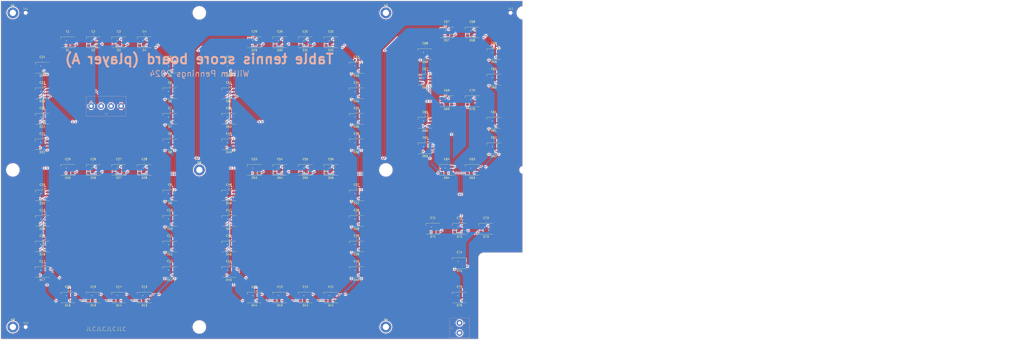
<source format=kicad_pcb>
(kicad_pcb (version 20221018) (generator pcbnew)
  (layers (0 "F.Cu" signal) (31 "B.Cu" signal) (34 "B.Paste" user) (35 "F.Paste" user) (36 "B.SilkS" user "B.Silkscreen") (37 "F.SilkS" user "F.Silkscreen") (38 "B.Mask" user) (39 "F.Mask" user) (44 "Edge.Cuts" user))
  (net 0 "")
  (net 1 "GND")
  (net 2 "/5v")
  (net 4 "Net-(D1-DOUT)")
  (net 6 "Net-(D2-DOUT)")
  (net 8 "Net-(D3-DOUT)")
  (net 10 "Net-(D4-DOUT)")
  (net 12 "Net-(D5-DOUT)")
  (net 14 "Net-(D6-DOUT)")
  (net 16 "Net-(D7-DOUT)")
  (net 18 "Net-(D10-BIN)")
  (net 20 "Net-(D10-DIN)")
  (net 22 "Net-(D10-DOUT)")
  (net 24 "Net-(D11-DOUT)")
  (net 26 "Net-(D12-DOUT)")
  (net 28 "Net-(D13-DOUT)")
  (net 30 "Net-(D14-DOUT)")
  (net 32 "Net-(D15-DOUT)")
  (net 34 "Net-(D16-DOUT)")
  (net 36 "Net-(D17-DOUT)")
  (net 38 "Net-(D18-DOUT)")
  (net 40 "Net-(D19-DOUT)")
  (net 42 "Net-(D20-DOUT)")
  (net 44 "Net-(D21-DOUT)")
  (net 46 "Net-(D22-DOUT)")
  (net 48 "Net-(D23-DOUT)")
  (net 50 "Net-(D24-DOUT)")
  (net 52 "Net-(D25-DOUT)")
  (net 54 "Net-(D26-DOUT)")
  (net 56 "Net-(D27-DOUT)")
  (net 58 "Net-(D28-DOUT)")
  (net 60 "Net-(D29-DOUT)")
  (net 62 "Net-(D30-DOUT)")
  (net 64 "Net-(D31-DOUT)")
  (net 66 "Net-(D32-DOUT)")
  (net 68 "Net-(D33-DOUT)")
  (net 70 "Net-(D34-DOUT)")
  (net 72 "Net-(D35-DOUT)")
  (net 74 "Net-(D36-DOUT)")
  (net 76 "Net-(D37-DOUT)")
  (net 78 "Net-(D38-DOUT)")
  (net 80 "Net-(D39-DOUT)")
  (net 82 "Net-(D40-DOUT)")
  (net 84 "Net-(D41-DOUT)")
  (net 86 "Net-(D42-DOUT)")
  (net 88 "Net-(D43-DOUT)")
  (net 90 "Net-(D44-DOUT)")
  (net 92 "Net-(D45-DOUT)")
  (net 94 "Net-(D46-DOUT)")
  (net 96 "Net-(D47-DOUT)")
  (net 98 "Net-(D48-DOUT)")
  (net 100 "Net-(D49-DOUT)")
  (net 102 "Net-(D50-DOUT)")
  (net 104 "Net-(D51-DOUT)")
  (net 106 "Net-(D52-DOUT)")
  (net 108 "Net-(D53-DOUT)")
  (net 110 "Net-(D54-DOUT)")
  (net 112 "Net-(D55-DOUT)")
  (net 114 "Net-(D56-DOUT)")
  (net 116 "Net-(D57-DOUT)")
  (net 118 "Net-(D58-DOUT)")
  (net 120 "Net-(D59-DOUT)")
  (net 122 "Net-(D60-DOUT)")
  (net 124 "Net-(D61-DOUT)")
  (net 126 "Net-(D62-DOUT)")
  (net 128 "Net-(D63-DOUT)")
  (net 130 "Net-(D64-DOUT)")
  (net 132 "Net-(D65-DOUT)")
  (net 134 "Net-(D66-DOUT)")
  (net 136 "Net-(D67-DOUT)")
  (net 138 "Net-(D68-DOUT)")
  (net 140 "Net-(D69-DOUT)")
  (net 142 "Net-(D70-DOUT)")
  (net 144 "Net-(D71-DOUT)")
  (net 146 "Net-(D72-DOUT)")
  (net 148 "Net-(D73-DOUT)")
  (net 150 "/din")
  (net 152 "/bin")
  (net 153 "/bout")
  (net 154 "/dout")
  (footprint "LED_SMD:LED_WS2812_PLCC6_5.0x5.0mm_P1.6mm" (layer "F.Cu") (at 201.5 54.5)
    (fp_text reference "D33")
    (fp_text value "WS2813")
  )
  (footprint "Capacitor_SMD:C_0603_1608Metric" (layer "F.Cu") (at 162.5 37.5 180)
    (fp_text reference "C30")
    (fp_text value "100 nF")
  )
  (footprint "Capacitor_SMD:C_0603_1608Metric" (layer "F.Cu") (at 106.5 141.5 180)
    (fp_text reference "C11")
    (fp_text value "100 nF")
  )
  (footprint "LED_SMD:LED_WS2812_PLCC6_5.0x5.0mm_P1.6mm" (layer "F.Cu") (at 201.5 158.5)
    (fp_text reference "D40")
    (fp_text value "WS2813")
  )
  (footprint "LED_SMD:LED_WS2812_PLCC6_5.0x5.0mm_P1.6mm" (layer "F.Cu") (at 254 171.5)
    (fp_text reference "D75")
    (fp_text value "WS2813")
  )
  (footprint "Capacitor_SMD:C_0603_1608Metric" (layer "F.Cu") (at 260.5 102.5 180)
    (fp_text reference "C63")
    (fp_text value "100 nF")
  )
  (footprint "Capacitor_SMD:C_0603_1608Metric" (layer "F.Cu") (at 106.5 128.5 180)
    (fp_text reference "C10")
    (fp_text value "100 nF")
  )
  (footprint "Capacitor_SMD:C_0603_1608Metric" (layer "F.Cu") (at 201.5 76.5 180)
    (fp_text reference "C35")
    (fp_text value "100 nF")
  )
  (footprint "Capacitor_SMD:C_0603_1608Metric" (layer "F.Cu") (at 41.5 63.5 180)
    (fp_text reference "C23")
    (fp_text value "100 nF")
  )
  (footprint "LED_SMD:LED_WS2812_PLCC6_5.0x5.0mm_P1.6mm" (layer "F.Cu") (at 80.5 106.5)
    (fp_text reference "D27")
    (fp_text value "WS2813")
  )
  (footprint "Capacitor_SMD:C_0603_1608Metric" (layer "F.Cu") (at 41.5 141.5 180)
    (fp_text reference "C18")
    (fp_text value "100 nF")
  )
  (footprint "Capacitor_SMD:C_0603_1608Metric" (layer "F.Cu") (at 136.5 89.5 180)
    (fp_text reference "C49")
    (fp_text value "100 nF")
  )
  (footprint "Capacitor_SMD:C_0603_1608Metric" (layer "F.Cu") (at 54.5 37.5 180)
    (fp_text reference "C1")
    (fp_text value "100 nF")
  )
  (footprint "LED_SMD:LED_WS2812_PLCC6_5.0x5.0mm_P1.6mm" (layer "F.Cu") (at 247.5 106.5)
    (fp_text reference "D64")
    (fp_text value "WS2813")
  )
  (footprint "LED_SMD:LED_WS2812_PLCC6_5.0x5.0mm_P1.6mm" (layer "F.Cu") (at 201.5 80.5)
    (fp_text reference "D35")
    (fp_text value "WS2813")
  )
  (footprint "Capacitor_SMD:C_0603_1608Metric" (layer "F.Cu") (at 80.5 102.5 180)
    (fp_text reference "C27")
    (fp_text value "100 nF")
  )
  (footprint "LED_SMD:LED_WS2812_PLCC6_5.0x5.0mm_P1.6mm" (layer "F.Cu") (at 162.5 171.5)
    (fp_text reference "D43")
    (fp_text value "WS2813")
  )
  (footprint "Capacitor_SMD:C_0603_1608Metric" (layer "F.Cu") (at 188.5 37.5 180)
    (fp_text reference "C32")
    (fp_text value "100 nF")
  )
  (footprint "Capacitor_SMD:C_0603_1608Metric" (layer "F.Cu") (at 41.5 128.5 180)
    (fp_text reference "C19")
    (fp_text value "100 nF")
  )
  (footprint "LED_SMD:LED_WS2812_PLCC6_5.0x5.0mm_P1.6mm" (layer "F.Cu") (at 41.5 80.5)
    (fp_text reference "D22")
    (fp_text value "WS2813")
  )
  (footprint "MountingHole:MountingHole_3.2mm_M3_DIN965_Pad" (layer "F.Cu") (at 26.5 186.5)
    (fp_text reference "H3")
    (fp_text value "MountingHole")
  )
  (footprint "Capacitor_SMD:C_0603_1608Metric" (layer "F.Cu") (at 236.5 78.5 180)
    (fp_text reference "C66")
    (fp_text value "100 nF")
  )
  (footprint "LED_SMD:LED_WS2812_PLCC6_5.0x5.0mm_P1.6mm" (layer "F.Cu") (at 106.5 119.5)
    (fp_text reference "D9")
    (fp_text value "WS2813")
  )
  (footprint "LED_SMD:LED_WS2812_PLCC6_5.0x5.0mm_P1.6mm" (layer "F.Cu") (at 201.45 145.5)
    (fp_text reference "D39")
    (fp_text value "WS2813")
  )
  (footprint "Capacitor_SMD:C_0603_1608Metric" (layer "F.Cu") (at 106.5 154.5 180)
    (fp_text reference "C12")
    (fp_text value "100 nF")
  )
  (footprint "LED_SMD:LED_WS2812_PLCC6_5.0x5.0mm_P1.6mm" (layer "F.Cu") (at 236.5 47.5)
    (fp_text reference "D68")
    (fp_text value "WS2813")
  )
  (footprint "Capacitor_SMD:C_0603_1608Metric" (layer "F.Cu") (at 201.5 89.5 180)
    (fp_text reference "C36")
    (fp_text value "100 nF")
  )
  (footprint "Capacitor_SMD:C_0603_1608Metric" (layer "F.Cu") (at 54.5 167.5 180)
    (fp_text reference "C16")
    (fp_text value "100 nF")
  )
  (footprint "Capacitor_SMD:C_0603_1608Metric" (layer "F.Cu") (at 93.5 37.5 180)
    (fp_text reference "C4")
    (fp_text value "100 nF")
  )
  (footprint "Capacitor_SMD:C_0603_1608Metric" (layer "F.Cu") (at 271.5 56.5 180)
    (fp_text reference "C60")
    (fp_text value "100 nF")
  )
  (footprint "LED_SMD:LED_WS2812_PLCC6_5.0x5.0mm_P1.6mm" (layer "F.Cu") (at 136.5 67.5)
    (fp_text reference "D51")
    (fp_text value "WS2813")
  )
  (footprint "Capacitor_SMD:C_0603_1608Metric" (layer "F.Cu") (at 236.5 56.5 180)
    (fp_text reference "C67")
    (fp_text value "100 nF")
  )
  (footprint "Capacitor_SMD:C_0603_1608Metric" (layer "F.Cu") (at 106.5 63.5 180)
    (fp_text reference "C6")
    (fp_text value "100 nF")
  )
  (footprint "Capacitor_SMD:C_0603_1608Metric" (layer "F.Cu") (at 41.5 50.5 180)
    (fp_text reference "C24")
    (fp_text value "100 nF")
  )
  (footprint "Capacitor_SMD:C_0603_1608Metric" (layer "F.Cu") (at 236.5 91.5 180)
    (fp_text reference "C65")
    (fp_text value "100 nF")
  )
  (footprint "LED_SMD:LED_WS2812_PLCC6_5.0x5.0mm_P1.6mm" (layer "F.Cu") (at 106.5 80.5)
    (fp_text reference "D7")
    (fp_text value "WS2813")
  )
  (footprint "LED_SMD:LED_WS2812_PLCC6_5.0x5.0mm_P1.6mm" (layer "F.Cu") (at 149.5 106.5)
    (fp_text reference "D53")
    (fp_text value "WS2813")
  )
  (footprint "Capacitor_SMD:C_0603_1608Metric" (layer "F.Cu") (at 271.5 91.5 180)
    (fp_text reference "C62")
    (fp_text value "100 nF")
  )
  (footprint "LED_SMD:LED_WS2812_PLCC6_5.0x5.0mm_P1.6mm" (layer "F.Cu") (at 236.5 95.5)
    (fp_text reference "D65")
    (fp_text value "WS2813")
  )
  (footprint "Capacitor_SMD:C_0603_1608Metric" (layer "F.Cu") (at 136.5 63.5 180)
    (fp_text reference "C51")
    (fp_text value "100 nF")
  )
  (footprint "Capacitor_SMD:C_0603_1608Metric" (layer "F.Cu") (at 41.5 76.5 180)
    (fp_text reference "C22")
    (fp_text value "100 nF")
  )
  (footprint "LED_SMD:LED_WS2812_PLCC6_5.0x5.0mm_P1.6mm" (layer "F.Cu") (at 41.5 119.5)
    (fp_text reference "D20")
    (fp_text value "WS2813")
  )
  (footprint "LED_SMD:LED_WS2812_PLCC6_5.0x5.0mm_P1.6mm" (layer "F.Cu") (at 271.5 47.5)
    (fp_text reference "D59")
    (fp_text value "WS2813")
  )
  (footprint "Capacitor_SMD:C_0603_1608Metric" (layer "F.Cu") (at 41.5 154.5 180)
    (fp_text reference "C17")
    (fp_text value "100 nF")
  )
  (footprint "LED_SMD:LED_WS2812_PLCC6_5.0x5.0mm_P1.6mm" (layer "F.Cu") (at 54.5 171.5)
    (fp_text reference "D16")
    (fp_text value "WS2813")
  )
  (footprint "LED_SMD:LED_WS2812_PLCC6_5.0x5.0mm_P1.6mm" (layer "F.Cu") (at 67.5 106.5)
    (fp_text reference "D26")
    (fp_text value "WS2813")
  )
  (footprint "Capacitor_SMD:C_0603_1608Metric" (layer "F.Cu") (at 260.5 67.5 180)
    (fp_text reference "C70")
    (fp_text value "100 nF")
  )
  (footprint "LED_SMD:LED_WS2812_PLCC6_5.0x5.0mm_P1.6mm" (layer "F.Cu") (at 175.5 106.5)
    (fp_text reference "D55")
    (fp_text value "WS2813")
  )
  (footprint "LED_SMD:LED_WS2812_PLCC6_5.0x5.0mm_P1.6mm" (layer "F.Cu") (at 106.5 54.5)
    (fp_text reference "D5")
    (fp_text value "WS2813")
  )
  (footprint "Capacitor_SMD:C_0603_1608Metric" (layer "F.Cu") (at 41.5 89.5 180)
    (fp_text reference "C21")
    (fp_text value "100 nF")
  )
  (footprint "Capacitor_SMD:C_0603_1608Metric" (layer "F.Cu") (at 136.5 115.5 180)
    (fp_text reference "C48")
    (fp_text value "100 nF")
  )
  (footprint "Capacitor_SMD:C_0603_1608Metric" (layer "F.Cu") (at 149.5 102.5 180)
    (fp_text reference "C53")
    (fp_text value "100 nF")
  )
  (footprint "LED_SMD:LED_WS2812_PLCC6_5.0x5.0mm_P1.6mm" (layer "F.Cu") (at 41.5 145.5)
    (fp_text reference "D18")
    (fp_text value "WS2813")
  )
  (footprint "LED_SMD:LED_WS2812_PLCC6_5.0x5.0mm_P1.6mm" (layer "F.Cu") (at 247.5 71.5)
    (fp_text reference "D69")
    (fp_text value "WS2813")
  )
  (footprint "Capacitor_SMD:C_0603_1608Metric" (layer "F.Cu") (at 240.5 132.5 180)
    (fp_text reference "C71")
    (fp_text value "100 nF")
  )
  (footprint "LED_SMD:LED_WS2812_PLCC6_5.0x5.0mm_P1.6mm" (layer "F.Cu") (at 254 136.5)
    (fp_text reference "D72")
    (fp_text value "WS2813")
  )
  (footprint "LED_SMD:LED_WS2812_PLCC6_5.0x5.0mm_P1.6mm" (layer "F.Cu") (at 271.5 60.5)
    (fp_text reference "D60")
    (fp_text value "WS2813")
  )
  (footprint "LED_SMD:LED_WS2812_PLCC6_5.0x5.0mm_P1.6mm" (layer "F.Cu") (at 188.5 41.5)
    (fp_text reference "D32")
    (fp_text value "WS2813")
  )
  (footprint "Capacitor_SMD:C_0603_1608Metric" (layer "F.Cu") (at 80.5 167.5 180)
    (fp_text reference "C14")
    (fp_text value "100 nF")
  )
  (footprint "LED_SMD:LED_WS2812_PLCC6_5.0x5.0mm_P1.6mm" (layer "F.Cu") (at 247.5 36.5)
    (fp_text reference "D57")
    (fp_text value "WS2813")
  )
  (footprint "Capacitor_SMD:C_0603_1608Metric" (layer "F.Cu") (at 188.5 167.5 180)
    (fp_text reference "C41")
    (fp_text value "100 nF")
  )
  (footprint "Capacitor_SMD:C_0603_1608Metric" (layer "F.Cu") (at 136.5 50.5 180)
    (fp_text reference "C52")
    (fp_text value "100 nF")
  )
  (footprint "LED_SMD:LED_WS2812_PLCC6_5.0x5.0mm_P1.6mm" (layer "F.Cu") (at 67.5 41.5)
    (fp_text reference "D2")
    (fp_text value "WS2813")
  )
  (footprint "Capacitor_SMD:C_0603_1608Metric" (layer "F.Cu") (at 260.5 32.5 180)
    (fp_text reference "C58")
    (fp_text value "100 nF")
  )
  (footprint "Capacitor_SMD:C_0603_1608Metric" (layer "F.Cu") (at 54.5 102.5 180)
    (fp_text reference "C25")
    (fp_text value "100 nF")
  )
  (footprint "LED_SMD:LED_WS2812_PLCC6_5.0x5.0mm_P1.6mm" (layer "F.Cu") (at 136.5 132.5)
    (fp_text reference "D47")
    (fp_text value "WS2813")
  )
  (footprint "Capacitor_SMD:C_0603_1608Metric" (layer "F.Cu") (at 136.5 128.5 180)
    (fp_text reference "C47")
    (fp_text value "100 nF")
  )
  (footprint "LED_SMD:LED_WS2812_PLCC6_5.0x5.0mm_P1.6mm" (layer "F.Cu") (at 67.5 171.5)
    (fp_text reference "D15")
    (fp_text value "WS2813")
  )
  (footprint "LED_SMD:LED_WS2812_PLCC6_5.0x5.0mm_P1.6mm" (layer "F.Cu") (at 41.5 158.5)
    (fp_text reference "D17")
    (fp_text value "WS2813")
  )
  (footprint "wp-misc:JLCPCB tooling hole" (layer "F.Cu") (at 280 26.5)
    (fp_text reference "TH2")
    (fp_text value "MountingHole")
  )
  (footprint "LED_SMD:LED_WS2812_PLCC6_5.0x5.0mm_P1.6mm" (layer "F.Cu") (at 188.5 171.5)
    (fp_text reference "D41")
    (fp_text value "WS2813")
  )
  (footprint "Capacitor_SMD:C_0603_1608Metric" (layer "F.Cu") (at 254 150 180)
    (fp_text reference "C74")
    (fp_text value "100 nF")
  )
  (footprint "LED_SMD:LED_WS2812_PLCC6_5.0x5.0mm_P1.6mm" (layer "F.Cu") (at 271.5 95.5)
    (fp_text reference "D62")
    (fp_text value "WS2813")
  )
  (footprint "Capacitor_SMD:C_0603_1608Metric" (layer "F.Cu") (at 175.5 102.5 180)
    (fp_text reference "C55")
    (fp_text value "100 nF")
  )
  (footprint "Capacitor_SMD:C_0603_1608Metric" (layer "F.Cu") (at 41.5 115.5 180)
    (fp_text reference "C20")
    (fp_text value "100 nF")
  )
  (footprint "MountingHole:MountingHole_3.2mm_M3_DIN965_Pad" (layer "F.Cu") (at 26.5 26.5)
    (fp_text reference "H1")
    (fp_text value "MountingHole")
  )
  (footprint "Capacitor_SMD:C_0603_1608Metric" (layer "F.Cu") (at 136.5 154.5 180)
    (fp_text reference "C45")
    (fp_text value "100 nF")
  )
  (footprint "LED_SMD:LED_WS2812_PLCC6_5.0x5.0mm_P1.6mm" (layer "F.Cu") (at 260.5 71.5)
    (fp_text reference "D70")
    (fp_text value "WS2813")
  )
  (footprint "MountingHole:MountingHole_3.2mm_M3_DIN965_Pad" (layer "F.Cu") (at 216.5 26.5)
    (fp_text reference "H2")
    (fp_text value "MountingHole")
  )
  (footprint "LED_SMD:LED_WS2812_PLCC6_5.0x5.0mm_P1.6mm" (layer "F.Cu") (at 136.5 93.5)
    (fp_text reference "D49")
    (fp_text value "WS2813")
  )
  (footprint "LED_SMD:LED_WS2812_PLCC6_5.0x5.0mm_P1.6mm" (layer "F.Cu") (at 106.5 132.5)
    (fp_text reference "D10")
    (fp_text value "WS2813")
  )
  (footprint "Capacitor_SMD:C_0603_1608Metric" (layer "F.Cu") (at 271.55 43.5 180)
    (fp_text reference "C59")
    (fp_text value "100 nF")
  )
  (footprint "Capacitor_SMD:C_0603_1608Metric" (layer "F.Cu") (at 247.5 102.5 180)
    (fp_text reference "C64")
    (fp_text value "100 nF")
  )
  (footprint "Capacitor_SMD:C_0603_1608Metric" (layer "F.Cu") (at 106.5 115.5 180)
    (fp_text reference "C9")
    (fp_text value "100 nF")
  )
  (footprint "LED_SMD:LED_WS2812_PLCC6_5.0x5.0mm_P1.6mm" (layer "F.Cu") (at 201.5 67.5)
    (fp_text reference "D34")
    (fp_text value "WS2813")
  )
  (footprint "LED_SMD:LED_WS2812_PLCC6_5.0x5.0mm_P1.6mm" (layer "F.Cu") (at 106.5 93.5)
    (fp_text reference "D8")
    (fp_text value "WS2813")
  )
  (footprint "LED_SMD:LED_WS2812_PLCC6_5.0x5.0mm_P1.6mm" (layer "F.Cu") (at 236.5 60.5)
    (fp_text reference "D67")
    (fp_text value "WS2813")
  )
  (footprint "wp-misc:JLCPCB tooling hole" (layer "F.Cu") (at 33 186.5)
    (fp_text reference "TH3")
    (fp_text value "MountingHole")
  )
  (footprint "Capacitor_SMD:C_0603_1608Metric" (layer "F.Cu") (at 149.5 167.5 180)
    (fp_text reference "C44")
    (fp_text value "100 nF")
  )
  (footprint "Capacitor_SMD:C_0603_1608Metric" (layer "F.Cu") (at 175.5 167.5 180)
    (fp_text reference "C42")
    (fp_text value "100 nF")
  )
  (footprint "LED_SMD:LED_WS2812_PLCC6_5.0x5.0mm_P1.6mm" (layer "F.Cu") (at 201.5 132.5)
    (fp_text reference "D38")
    (fp_text value "WS2813")
  )
  (footprint "Capacitor_SMD:C_0603_1608Metric" (layer "F.Cu") (at 67.5 37.5 180)
    (fp_text reference "C2")
    (fp_text value "100 nF")
  )
  (footprint "Capacitor_SMD:C_0603_1608Metric" (layer "F.Cu") (at 106.5 89.5 180)
    (fp_text reference "C8")
    (fp_text value "100 nF")
  )
  (footprint "Capacitor_SMD:C_0603_1608Metric" (layer "F.Cu") (at 201.5 154.5 180)
    (fp_text reference "C40")
    (fp_text value "100 nF")
  )
  (footprint "MountingHole:MountingHole_3.2mm_M3_DIN965_Pad" (layer "F.Cu") (at 216.5 186.5)
    (fp_text reference "H4")
    (fp_text value "MountingHole")
  )
  (footprint "LED_SMD:LED_WS2812_PLCC6_5.0x5.0mm_P1.6mm" (layer "F.Cu") (at 93.5 171.5)
    (fp_text reference "D13")
    (fp_text value "WS2813")
  )
  (footprint "LED_SMD:LED_WS2812_PLCC6_5.0x5.0mm_P1.6mm" (layer "F.Cu") (at 80.5 41.5)
    (fp_text reference "D3")
    (fp_text value "WS2813")
  )
  (footprint "LED_SMD:LED_WS2812_PLCC6_5.0x5.0mm_P1.6mm" (layer "F.Cu") (at 80.5 171.5)
    (fp_text reference "D14")
    (fp_text value "WS2813")
  )
  (footprint "Capacitor_SMD:C_0603_1608Metric" (layer "F.Cu") (at 254 167.5 180)
    (fp_text reference "C75")
    (fp_text value "100 nF")
  )
  (footprint "LED_SMD:LED_WS2812_PLCC6_5.0x5.0mm_P1.6mm" (layer "F.Cu") (at 240.5 136.5)
    (fp_text reference "D71")
    (fp_text value "WS2813")
  )
  (footprint "LED_SMD:LED_WS2812_PLCC6_5.0x5.0mm_P1.6mm" (layer "F.Cu") (at 260.5 36.5)
    (fp_text reference "D58")
    (fp_text value "WS2813")
  )
  (footprint "Capacitor_SMD:C_0603_1608Metric" (layer "F.Cu") (at 136.5 141.5 180)
    (fp_text reference "C46")
    (fp_text value "100 nF")
  )
  (footprint "LED_SMD:LED_WS2812_PLCC6_5.0x5.0mm_P1.6mm" (layer "F.Cu") (at 93.5 106.5)
    (fp_text reference "D28")
    (fp_text value "WS2813")
  )
  (footprint "Capacitor_SMD:C_0603_1608Metric" (layer "F.Cu") (at 175.5 37.5 180)
    (fp_text reference "C31")
    (fp_text value "100 nF")
  )
  (footprint "Capacitor_SMD:C_0603_1608Metric" (layer "F.Cu") (at 93.5 102.5 180)
    (fp_text reference "C28")
    (fp_text value "100 nF")
  )
  (footprint "LED_SMD:LED_WS2812_PLCC6_5.0x5.0mm_P1.6mm" (layer "F.Cu") (at 54.5 41.5)
    (fp_text reference "D1")
    (fp_text value "WS2813")
  )
  (footprint "LED_SMD:LED_WS2812_PLCC6_5.0x5.0mm_P1.6mm" (layer "F.Cu") (at 254 154)
    (fp_text reference "D74")
    (fp_text value "WS2813")
  )
  (footprint "Capacitor_SMD:C_0603_1608Metric" (layer "F.Cu") (at 67.5 102.5 180)
    (fp_text reference "C26")
    (fp_text value "100 nF")
  )
  (footprint "Capacitor_SMD:C_0603_1608Metric" (layer "F.Cu") (at 80.5 37.5 180)
    (fp_text reference "C3")
    (fp_text value "100 nF")
  )
  (footprint "LED_SMD:LED_WS2812_PLCC6_5.0x5.0mm_P1.6mm" (layer "F.Cu") (at 136.5 119.5)
    (fp_text reference "D48")
    (fp_text value "WS2813")
  )
  (footprint "LED_SMD:LED_WS2812_PLCC6_5.0x5.0mm_P1.6mm" (layer "F.Cu") (at 175.5 41.5)
    (fp_text reference "D31")
    (fp_text value "WS2813")
  )
  (footprint "LED_SMD:LED_WS2812_PLCC6_5.0x5.0mm_P1.6mm" (layer "F.Cu") (at 41.5 54.5)
    (fp_text reference "D24")
    (fp_text value "WS2813")
  )
  (footprint "LED_SMD:LED_WS2812_PLCC6_5.0x5.0mm_P1.6mm" (layer "F.Cu") (at 201.5 93.5)
    (fp_text reference "D36")
    (fp_text value "WS2813")
  )
  (footprint "MountingHole:MountingHole_3.2mm_M3_DIN965_Pad" (layer "F.Cu") (at 121.5 106.5)
    (fp_text reference "H5")
    (fp_text value "MountingHole")
  )
  (footprint "LED_SMD:LED_WS2812_PLCC6_5.0x5.0mm_P1.6mm" (layer "F.Cu") (at 260.5 106.5)
    (fp_text reference "D63")
    (fp_text value "WS2813")
  )
  (footprint "LED_SMD:LED_WS2812_PLCC6_5.0x5.0mm_P1.6mm" (layer "F.Cu") (at 41.5 93.5)
    (fp_text reference "D21")
    (fp_text value "WS2813")
  )
  (footprint "LED_SMD:LED_WS2812_PLCC6_5.0x5.0mm_P1.6mm" (layer "F.Cu") (at 106.5 158.5)
    (fp_text reference "D12")
    (fp_text value "WS2813")
  )
  (footprint "LED_SMD:LED_WS2812_PLCC6_5.0x5.0mm_P1.6mm" (layer "F.Cu") (at 236.5 82.5)
    (fp_text reference "D66")
    (fp_text value "WS2813")
  )
  (footprint "Capacitor_SMD:C_0603_1608Metric" (layer "F.Cu") (at 149.5 37.5 180)
    (fp_text reference "C29")
    (fp_text value "100 nF")
  )
  (footprint "Capacitor_SMD:C_0603_1608Metric" (layer "F.Cu") (at 201.5 141.5 180)
    (fp_text reference "C39")
    (fp_text value "100 nF")
  )
  (footprint "Capacitor_SMD:C_0603_1608Metric" (layer "F.Cu") (at 267.5 132.5 180)
    (fp_text reference "C73")
    (fp_text value "100 nF")
  )
  (footprint "LED_SMD:LED_WS2812_PLCC6_5.0x5.0mm_P1.6mm" (layer "F.Cu") (at 201.5 119.5)
    (fp_text reference "D37")
    (fp_text value "WS2813")
  )
  (footprint "LED_SMD:LED_WS2812_PLCC6_5.0x5.0mm_P1.6mm" (layer "F.Cu") (at 162.5 106.5)
    (fp_text reference "D54")
    (fp_text value "WS2813")
  )
  (footprint "LED_SMD:LED_WS2812_PLCC6_5.0x5.0mm_P1.6mm" (layer "F.Cu") (at 136.5 158.5)
    (fp_text reference "D45")
    (fp_text value "WS2813")
  )
  (footprint "LED_SMD:LED_WS2812_PLCC6_5.0x5.0mm_P1.6mm" (layer "F.Cu") (at 136.5 145.5)
    (fp_text reference "D46")
    (fp_text value "WS2813")
  )
  (footprint "Capacitor_SMD:C_0603_1608Metric" (layer "F.Cu") (at 106.5 76.5 180)
    (fp_text reference "C7")
    (fp_text value "100 nF")
  )
  (footprint "LED_SMD:LED_WS2812_PLCC6_5.0x5.0mm_P1.6mm" (layer "F.Cu") (at 271.5 82.5)
    (fp_text reference "D61")
    (fp_text value "WS2813")
  )
  (footprint "Capacitor_SMD:C_0603_1608Metric" (layer "F.Cu") (at 201.5 115.5 180)
    (fp_text reference "C37")
    (fp_text value "100 nF")
  )
  (footprint "wp-misc:JLCPCB tooling hole" (layer "F.Cu") (at 33 26.5)
    (fp_text reference "TH1")
    (fp_text value "MountingHole")
  )
  (footprint "Capacitor_SMD:C_0603_1608Metric" (layer "F.Cu") (at 136.5 76.5 180)
    (fp_text reference "C50")
    (fp_text value "100 nF")
  )
  (footprint "LED_SMD:LED_WS2812_PLCC6_5.0x5.0mm_P1.6mm" (layer "F.Cu") (at 188.5 106.5)
    (fp_text reference "D56")
    (fp_text value "WS2813")
  )
  (footprint "LED_SMD:LED_WS2812_PLCC6_5.0x5.0mm_P1.6mm" (layer "F.Cu") (at 106.5 67.5)
    (fp_text reference "D6")
    (fp_text value "WS2813")
  )
  (footprint "LED_SMD:LED_WS2812_PLCC6_5.0x5.0mm_P1.6mm" (layer "F.Cu") (at 93.5 41.5)
    (fp_text reference "D4")
    (fp_text value "WS2813")
  )
  (footprint "Capacitor_SMD:C_0603_1608Metric" (layer "F.Cu") (at 201.5 63.5 180)
    (fp_text reference "C34")
    (fp_text value "100 nF")
  )
  (footprint "Capacitor_SMD:C_0603_1608Metric" (layer "F.Cu") (at 247.5 67.5 180)
    (fp_text reference "C69")
    (fp_text value "100 nF")
  )
  (footprint "LED_SMD:LED_WS2812_PLCC6_5.0x5.0mm_P1.6mm" (layer "F.Cu") (at 106.5 145.5)
    (fp_text reference "D11")
    (fp_text value "WS2813")
  )
  (footprint "LED_SMD:LED_WS2812_PLCC6_5.0x5.0mm_P1.6mm" (layer "F.Cu") (at 267.5 136.5)
    (fp_text reference "D73")
    (fp_text value "WS2813")
  )
  (footprint "LED_SMD:LED_WS2812_PLCC6_5.0x5.0mm_P1.6mm" (layer "F.Cu") (at 175.5 171.5)
    (fp_text reference "D42")
    (fp_text value "WS2813")
  )
  (footprint "LED_SMD:LED_WS2812_PLCC6_5.0x5.0mm_P1.6mm" (layer "F.Cu") (at 149.5 41.5)
    (fp_text reference "D29")
    (fp_text value "WS2813")
  )
  (footprint "Capacitor_SMD:C_0603_1608Metric" (layer "F.Cu") (at 271.5 78.5 180)
    (fp_text reference "C61")
    (fp_text value "100 nF")
  )
  (footprint "Capacitor_SMD:C_0603_1608Metric" (layer "F.Cu") (at 162.5 102.5 180)
    (fp_text reference "C54")
    (fp_text value "100 nF")
  )
  (footprint "LED_SMD:LED_WS2812_PLCC6_5.0x5.0mm_P1.6mm" (layer "F.Cu") (at 41.5 67.5)
    (fp_text reference "D23")
    (fp_text value "WS2813")
  )
  (footprint "Capacitor_SMD:C_0603_1608Metric" (layer "F.Cu") (at 247.5 32.5 180)
    (fp_text reference "C57")
    (fp_text value "100 nF")
  )
  (footprint "Capacitor_SMD:C_0603_1608Metric" (layer "F.Cu") (at 201.5 50.5 180)
    (fp_text reference "C33")
    (fp_text value "100 nF")
  )
  (footprint "LED_SMD:LED_WS2812_PLCC6_5.0x5.0mm_P1.6mm" (layer "F.Cu") (at 149.5 171.5)
    (fp_text reference "D44")
    (fp_text value "WS2813")
  )
  (footprint "Capacitor_SMD:C_0603_1608Metric" (layer "F.Cu") (at 201.5 128.5 180)
    (fp_text reference "C38")
    (fp_text value "100 nF")
  )
  (footprint "LED_SMD:LED_WS2812_PLCC6_5.0x5.0mm_P1.6mm" (layer "F.Cu") (at 136.5 54.5)
    (fp_text reference "D52")
    (fp_text value "WS2813")
  )
  (footprint "Capacitor_SMD:C_0603_1608Metric" (layer "F.Cu") (at 106.5 50.5 180)
    (fp_text reference "C5")
    (fp_text value "100 nF")
  )
  (footprint "Capacitor_SMD:C_0603_1608Metric" (layer "F.Cu") (at 67.5 167.5 180)
    (fp_text reference "C15")
    (fp_text value "100 nF")
  )
  (footprint "LED_SMD:LED_WS2812_PLCC6_5.0x5.0mm_P1.6mm" (layer "F.Cu") (at 162.5 41.5)
    (fp_text reference "D30")
    (fp_text value "WS2813")
  )
  (footprint "Capacitor_SMD:C_0603_1608Metric" (layer "F.Cu") (at 188.5 102.5 180)
    (fp_text reference "C56")
    (fp_text value "100 nF")
  )
  (footprint "LED_SMD:LED_WS2812_PLCC6_5.0x5.0mm_P1.6mm" (layer "F.Cu") (at 136.5 80.5)
    (fp_text reference "D50")
    (fp_text value "WS2813")
  )
  (footprint "LED_SMD:LED_WS2812_PLCC6_5.0x5.0mm_P1.6mm" (layer "F.Cu") (at 54.5 106.5)
    (fp_text reference "D25")
    (fp_text value "WS2813")
  )
  (footprint "LED_SMD:LED_WS2812_PLCC6_5.0x5.0mm_P1.6mm" (layer "F.Cu") (at 41.5 132.5)
    (fp_text reference "D19")
    (fp_text value "WS2813")
  )
  (footprint "Capacitor_SMD:C_0603_1608Metric" (layer "F.Cu") (at 93.5 167.5 180)
    (fp_text reference "C13")
    (fp_text value "100 nF")
  )
  (footprint "Capacitor_SMD:C_0603_1608Metric" (layer "F.Cu") (at 254 132.5 180)
    (fp_text reference "C72")
    (fp_text value "100 nF")
  )
  (footprint "Capacitor_SMD:C_0603_1608Metric" (layer "F.Cu") (at 236.5 43.5 180)
    (fp_text reference "C68")
    (fp_text value "100 nF")
  )
  (footprint "Capacitor_SMD:C_0603_1608Metric" (layer "F.Cu") (at 162.5 167.5 180)
    (fp_text reference "C43")
    (fp_text value "100 nF")
  )
  (footprint "wp-connector:Dorabo DB128V-5.08-4P" (layer "B.Cu") (at 74 74)
    (fp_text reference "J2")
    (fp_text value "Conn_01x04")
  )
  (footprint "wp-connector:Dorabo DB128V-5.08-2P" (layer "B.Cu") (at 254 187 -90)
    (fp_text reference "J1")
    (fp_text value "Conn_01x02")
  )
  (gr_arc (start 286.5 108.1) (mid 284.9 106.5) (end 286.5 104.9) (stroke (width 0.1)) (layer "Edge.Cuts"))
  (gr_arc (start 264 151.5) (mid 264.732233 149.732233) (end 266.5 149) (stroke (width 0.1)) (layer "Edge.Cuts"))
  (gr_arc (start 286.5 29.5) (mid 283.5 26.5) (end 286.5 23.5) (stroke (width 0.1)) (layer "Edge.Cuts"))
  (gr_circle (center 121.5 26.5) (end 124.5 26.5) (stroke (width 0.1)) (fill none) (layer "Edge.Cuts"))
  (gr_line (start 286.5 149) (end 266.5 149) (stroke (width 0.1)) (layer "Edge.Cuts"))
  (gr_circle (center 216.5 106.5) (end 219.5 106.5) (stroke (width 0.1)) (fill none) (layer "Edge.Cuts"))
  (gr_line (start 286.5 20) (end 286.5 23.5) (stroke (width 0.1)) (layer "Edge.Cuts"))
  (gr_line (start 264 151.5) (end 264 193) (stroke (width 0.1)) (layer "Edge.Cuts"))
  (gr_line (start 286.5 29.5) (end 286.5 104.9) (stroke (width 0.1)) (layer "Edge.Cuts"))
  (gr_line (start 20 20) (end 286.5 20) (stroke (width 0.1)) (layer "Edge.Cuts"))
  (gr_circle (center 121.5 186.5) (end 124.5 186.5) (stroke (width 0.1)) (fill none) (layer "Edge.Cuts"))
  (gr_line (start 264 193) (end 20 193) (stroke (width 0.1)) (layer "Edge.Cuts"))
  (gr_circle (center 26.5 106.5) (end 29.5 106.5) (stroke (width 0.1)) (fill none) (layer "Edge.Cuts"))
  (gr_line (start 286.5 108.1) (end 286.5 149) (stroke (width 0.1)) (layer "Edge.Cuts"))
  (gr_line (start 20 20) (end 20 193) (stroke (width 0.1)) (layer "Edge.Cuts"))
  (gr_text "Willem Pennings 2024" (at 121.5 57.5) (layer "B.SilkS") (effects (font (size 3 3) (thickness 0.375)) (justify mirror)))
  (gr_text "Table tennis score board (player A)" (at 121.5 50) (layer "B.SilkS") (effects (font (size 5 5) (thickness 1) bold) (justify mirror)))
  (gr_text "JLCJLCJLCJLC" (at 74 187.5) (layer "F.SilkS") (effects (font (size 2 2))))
  (segment (start 246.725 67.5) (end 246.725 70.575) (width 0.25) (layer "F.Cu") (net 2))
  (segment (start 234.8 47.5) (end 234.05 47.5) (width 0.25) (layer "F.Cu") (net 2))
  (segment (start 135.725 50.5) (end 135.725 53.575) (width 0.25) (layer "F.Cu") (net 2))
  (segment (start 40.725 115.5) (end 40.725 118.575) (width 0.25) (layer "F.Cu") (net 2))
  (segment (start 200.725 66.575) (end 199.8 67.5) (width 0.25) (layer "F.Cu") (net 2))
  (segment (start 40.725 154.5) (end 40.725 157.575) (width 0.25) (layer "F.Cu") (net 2))
  (segment (start 78.8 171.5) (end 78.05 171.5) (width 0.25) (layer "F.Cu") (net 2))
  (segment (start 245.8 71.5) (end 245.05 71.5) (width 0.25) (layer "F.Cu") (net 2))
  (segment (start 259.725 70.575) (end 258.8 71.5) (width 0.25) (layer "F.Cu") (net 2))
  (segment (start 269.8 60.5) (end 269.05 60.5) (width 0.25) (layer "F.Cu") (net 2))
  (segment (start 66.725 105.575) (end 65.8 106.5) (width 0.25) (layer "F.Cu") (net 2))
  (segment (start 53.725 37.5) (end 53.725 40.575) (width 0.25) (layer "F.Cu") (net 2))
  (segment (start 253.225 150) (end 253.225 153.075) (width 0.25) (layer "F.Cu") (net 2))
  (segment (start 40.725 118.575) (end 39.8 119.5) (width 0.25) (layer "F.Cu") (net 2))
  (segment (start 270.775 46.575) (end 269.85 47.5) (width 0.25) (layer "F.Cu") (net 2))
  (segment (start 173.8 171.5) (end 173.05 171.5) (width 0.25) (layer "F.Cu") (net 2))
  (segment (start 105.725 144.575) (end 104.8 145.5) (width 0.25) (layer "F.Cu") (net 2))
  (segment (start 253.225 167.5) (end 253.225 170.575) (width 0.25) (layer "F.Cu") (net 2))
  (segment (start 161.725 40.575) (end 160.8 41.5) (width 0.25) (layer "F.Cu") (net 2))
  (segment (start 270.725 91.5) (end 270.725 94.575) (width 0.25) (layer "F.Cu") (net 2))
  (segment (start 187.725 37.5) (end 187.725 40.575) (width 0.25) (layer "F.Cu") (net 2))
  (segment (start 199.8 54.5) (end 199.05 54.5) (width 0.25) (layer "F.Cu") (net 2))
  (segment (start 235.725 94.575) (end 234.8 95.5) (width 0.25) (layer "F.Cu") (net 2))
  (segment (start 40.725 157.575) (end 39.8 158.5) (width 0.25) (layer "F.Cu") (net 2))
  (segment (start 245.8 36.5) (end 245.05 36.5) (width 0.25) (layer "F.Cu") (net 2))
  (segment (start 253.225 153.075) (end 252.3 154) (width 0.25) (layer "F.Cu") (net 2))
  (segment (start 105.725 89.5) (end 105.725 92.575) (width 0.25) (layer "F.Cu") (net 2))
  (segment (start 105.725 115.5) (end 105.725 118.575) (width 0.25) (layer "F.Cu") (net 2))
  (segment (start 187.725 170.575) (end 186.8 171.5) (width 0.25) (layer "F.Cu") (net 2))
  (segment (start 246.725 35.575) (end 245.8 36.5) (width 0.25) (layer "F.Cu") (net 2))
  (segment (start 66.725 170.575) (end 65.8 171.5) (width 0.25) (layer "F.Cu") (net 2))
  (segment (start 269.8 95.5) (end 269.05 95.5) (width 0.25) (layer "F.Cu") (net 2))
  (segment (start 65.8 171.5) (end 65.05 171.5) (width 0.25) (layer "F.Cu") (net 2))
  (segment (start 187.725 167.5) (end 187.725 170.575) (width 0.25) (layer "F.Cu") (net 2))
  (segment (start 39.8 158.5) (end 39.05 158.5) (width 0.25) (layer "F.Cu") (net 2))
  (segment (start 135.725 89.5) (end 135.725 92.575) (width 0.25) (layer "F.Cu") (net 2))
  (segment (start 53.725 40.575) (end 52.8 41.5) (width 0.25) (layer "F.Cu") (net 2))
  (segment (start 259.725 32.5) (end 259.725 35.575) (width 0.25) (layer "F.Cu") (net 2))
  (segment (start 105.725 53.575) (end 104.8 54.5) (width 0.25) (layer "F.Cu") (net 2))
  (segment (start 199.8 145.5) (end 199.05 145.5) (width 0.25) (layer "F.Cu") (net 2))
  (segment (start 200.725 50.5) (end 200.725 53.575) (width 0.25) (layer "F.Cu") (net 2))
  (segment (start 147.8 41.5) (end 147.05 41.5) (width 0.25) (layer "F.Cu") (net 2))
  (segment (start 92.725 102.5) (end 92.725 105.575) (width 0.25) (layer "F.Cu") (net 2))
  (segment (start 40.725 131.575) (end 39.8 132.5) (width 0.25) (layer "F.Cu") (net 2))
  (segment (start 39.8 54.5) (end 39.05 54.5) (width 0.25) (layer "F.Cu") (net 2))
  (segment (start 200.725 128.5) (end 200.725 131.575) (width 0.25) (layer "F.Cu") (net 2))
  (segment (start 173.8 41.5) (end 173.05 41.5) (width 0.25) (layer "F.Cu") (net 2))
  (segment (start 39.8 67.5) (end 39.05 67.5) (width 0.25) (layer "F.Cu") (net 2))
  (segment (start 52.8 41.5) (end 52.05 41.5) (width 0.25) (layer "F.Cu") (net 2))
  (segment (start 235.725 81.575) (end 234.8 82.5) (width 0.25) (layer "F.Cu") (net 2))
  (segment (start 134.8 158.5) (end 134.05 158.5) (width 0.25) (layer "F.Cu") (net 2))
  (segment (start 160.8 106.5) (end 160.05 106.5) (width 0.25) (layer "F.Cu") (net 2))
  (segment (start 259.725 35.575) (end 258.8 36.5) (width 0.25) (layer "F.Cu") (net 2))
  (segment (start 235.725 46.575) (end 234.8 47.5) (width 0.25) (layer "F.Cu") (net 2))
  (segment (start 92.725 40.575) (end 91.8 41.5) (width 0.25) (layer "F.Cu") (net 2))
  (segment (start 246.725 102.5) (end 246.725 105.575) (width 0.25) (layer "F.Cu") (net 2))
  (segment (start 66.725 102.5) (end 66.725 105.575) (width 0.25) (layer "F.Cu") (net 2))
  (segment (start 160.8 41.5) (end 160.05 41.5) (width 0.25) (layer "F.Cu") (net 2))
  (segment (start 134.8 132.5) (end 134.05 132.5) (width 0.25) (layer "F.Cu") (net 2))
  (segment (start 199.8 119.5) (end 199.05 119.5) (width 0.25) (layer "F.Cu") (net 2))
  (segment (start 105.725 154.5) (end 105.725 157.575) (width 0.25) (layer "F.Cu") (net 2))
  (segment (start 134.8 93.5) (end 134.05 93.5) (width 0.25) (layer "F.Cu") (net 2))
  (segment (start 187.725 105.575) (end 186.8 106.5) (width 0.25) (layer "F.Cu") (net 2))
  (segment (start 135.725 63.5) (end 135.725 66.575) (width 0.25) (layer "F.Cu") (net 2))
  (segment (start 104.8 67.5) (end 104.05 67.5) (width 0.25) (layer "F.Cu") (net 2))
  (segment (start 270.725 81.575) (end 269.8 82.5) (width 0.25) (layer "F.Cu") (net 2))
  (segment (start 40.725 76.5) (end 40.725 79.575) (width 0.25) (layer "F.Cu") (net 2))
  (segment (start 105.725 79.575) (end 104.8 80.5) (width 0.25) (layer "F.Cu") (net 2))
  (segment (start 105.725 128.5) (end 105.725 131.575) (width 0.25) (layer "F.Cu") (net 2))
  (segment (start 105.725 92.575) (end 104.8 93.5) (width 0.25) (layer "F.Cu") (net 2))
  (segment (start 246.725 105.575) (end 245.8 106.5) (width 0.25) (layer "F.Cu") (net 2))
  (segment (start 187.725 102.5) (end 187.725 105.575) (width 0.25) (layer "F.Cu") (net 2))
  (segment (start 259.725 67.5) (end 259.725 70.575) (width 0.25) (layer "F.Cu") (net 2))
  (segment (start 266.725 132.5) (end 266.725 135.575) (width 0.25) (layer "F.Cu") (net 2))
  (segment (start 200.725 141.5) (end 200.725 144.575) (width 0.25) (layer "F.Cu") (net 2))
  (segment (start 135.725 79.575) (end 134.8 80.5) (width 0.25) (layer "F.Cu") (net 2))
  (segment (start 148.725 37.5) (end 148.725 40.575) (width 0.25) (layer "F.Cu") (net 2))
  (segment (start 186.8 106.5) (end 186.05 106.5) (width 0.25) (layer "F.Cu") (net 2))
  (segment (start 104.8 93.5) (end 104.05 93.5) (width 0.25) (layer "F.Cu") (net 2))
  (segment (start 252.3 171.5) (end 251.55 171.5) (width 0.25) (layer "F.Cu") (net 2))
  (segment (start 174.725 37.5) (end 174.725 40.575) (width 0.25) (layer "F.Cu") (net 2))
  (segment (start 78.8 41.5) (end 78.05 41.5) (width 0.25) (layer "F.Cu") (net 2))
  (segment (start 53.725 105.575) (end 52.8 106.5) (width 0.25) (layer "F.Cu") (net 2))
  (segment (start 239.725 135.575) (end 238.8 136.5) (width 0.25) (layer "F.Cu") (net 2))
  (segment (start 105.725 63.5) (end 105.725 66.575) (width 0.25) (layer "F.Cu") (net 2))
  (segment (start 199.8 93.5) (end 199.05 93.5) (width 0.25) (layer "F.Cu") (net 2))
  (segment (start 135.725 118.575) (end 134.8 119.5) (width 0.25) (layer "F.Cu") (net 2))
  (segment (start 104.8 80.5) (end 104.05 80.5) (width 0.25) (layer "F.Cu") (net 2))
  (segment (start 52.8 171.5) (end 52.05 171.5) (width 0.25) (layer "F.Cu") (net 2))
  (segment (start 135.725 141.5) (end 135.725 144.575) (width 0.25) (layer "F.Cu") (net 2))
  (segment (start 270.725 78.5) (end 270.725 81.575) (width 0.25) (layer "F.Cu") (net 2))
  (segment (start 245.8 106.5) (end 245.05 106.5) (width 0.25) (layer "F.Cu") (net 2))
  (segment (start 199.8 132.5) (end 199.05 132.5) (width 0.25) (layer "F.Cu") (net 2))
  (segment (start 79.725 37.5) (end 79.725 40.575) (width 0.25) (layer "F.Cu") (net 2))
  (segment (start 40.725 50.5) (end 40.725 53.575) (width 0.25) (layer "F.Cu") (net 2))
  (segment (start 258.8 71.5) (end 258.05 71.5) (width 0.25) (layer "F.Cu") (net 2))
  (segment (start 134.8 119.5) (end 134.05 119.5) (width 0.25) (layer "F.Cu") (net 2))
  (segment (start 259.725 102.5) (end 259.725 105.575) (width 0.25) (layer "F.Cu") (net 2))
  (segment (start 78.8 106.5) (end 78.05 106.5) (width 0.25) (layer "F.Cu") (net 2))
  (segment (start 105.725 131.575) (end 104.8 132.5) (width 0.25) (layer "F.Cu") (net 2))
  (segment (start 160.8 171.5) (end 160.05 171.5) (width 0.25) (layer "F.Cu") (net 2))
  (segment (start 40.725 53.575) (end 39.8 54.5) (width 0.25) (layer "F.Cu") (net 2))
  (segment (start 235.725 56.5) (end 235.725 59.575) (width 0.25) (layer "F.Cu") (net 2))
  (segment (start 200.725 144.575) (end 199.8 145.5) (width 0.25) (layer "F.Cu") (net 2))
  (segment (start 252.3 154) (end 251.55 154) (width 0.25) (layer "F.Cu") (net 2))
  (segment (start 173.8 106.5) (end 173.05 106.5) (width 0.25) (layer "F.Cu") (net 2))
  (segment (start 174.725 167.5) (end 174.725 170.575) (width 0.25) (layer "F.Cu") (net 2))
  (segment (start 200.725 115.5) (end 200.725 118.575) (width 0.25) (layer "F.Cu") (net 2))
  (segment (start 40.725 89.5) (end 40.725 92.575) (width 0.25) (layer "F.Cu") (net 2))
  (segment (start 92.725 105.575) (end 91.8 106.5) (width 0.25) (layer "F.Cu") (net 2))
  (segment (start 270.725 94.575) (end 269.8 95.5) (width 0.25) (layer "F.Cu") (net 2))
  (segment (start 200.725 118.575) (end 199.8 119.5) (width 0.25) (layer "F.Cu") (net 2))
  (segment (start 259.725 105.575) (end 258.8 106.5) (width 0.25) (layer "F.Cu") (net 2))
  (segment (start 40.725 79.575) (end 39.8 80.5) (width 0.25) (layer "F.Cu") (net 2))
  (segment (start 161.725 167.5) (end 161.725 170.575) (width 0.25) (layer "F.Cu") (net 2))
  (segment (start 40.725 92.575) (end 39.8 93.5) (width 0.25) (layer "F.Cu") (net 2))
  (segment (start 135.725 92.575) (end 134.8 93.5) (width 0.25) (layer "F.Cu") (net 2))
  (segment (start 91.8 171.5) (end 91.05 171.5) (width 0.25) (layer "F.Cu") (net 2))
  (segment (start 174.725 102.5) (end 174.725 105.575) (width 0.25) (layer "F.Cu") (net 2))
  (segment (start 246.725 70.575) (end 245.8 71.5) (width 0.25) (layer "F.Cu") (net 2))
  (segment (start 234.8 82.5) (end 234.05 82.5) (width 0.25) (layer "F.Cu") (net 2))
  (segment (start 234.8 95.5) (end 234.05 95.5) (width 0.25) (layer "F.Cu") (net 2))
  (segment (start 105.725 50.5) (end 105.725 53.575) (width 0.25) (layer "F.Cu") (net 2))
  (segment (start 200.725 53.575) (end 199.8 54.5) (width 0.25) (layer "F.Cu") (net 2))
  (segment (start 200.725 154.5) (end 200.725 157.575) (width 0.25) (layer "F.Cu") (net 2))
  (segment (start 135.725 131.575) (end 134.8 132.5) (width 0.25) (layer "F.Cu") (net 2))
  (segment (start 53.725 170.575) (end 52.8 171.5) (width 0.25) (layer "F.Cu") (net 2))
  (segment (start 161.725 170.575) (end 160.8 171.5) (width 0.25) (layer "F.Cu") (net 2))
  (segment (start 40.725 141.5) (end 40.725 144.575) (width 0.25) (layer "F.Cu") (net 2))
  (segment (start 199.8 80.5) (end 199.05 80.5) (width 0.25) (layer "F.Cu") (net 2))
  (segment (start 66.725 167.5) (end 66.725 170.575) (width 0.25) (layer "F.Cu") (net 2))
  (segment (start 135.725 128.5) (end 135.725 131.575) (width 0.25) (layer "F.Cu") (net 2))
  (segment (start 79.725 102.5) (end 79.725 105.575) (width 0.25) (layer "F.Cu") (net 2))
  (segment (start 66.725 37.5) (end 66.725 40.575) (width 0.25) (layer "F.Cu") (net 2))
  (segment (start 258.8 106.5) (end 258.05 106.5) (width 0.25) (layer "F.Cu") (net 2))
  (segment (start 186.8 41.5) (end 186.05 41.5) (width 0.25) (layer "F.Cu") (net 2))
  (segment (start 270.725 56.5) (end 270.725 59.575) (width 0.25) (layer "F.Cu") (net 2))
  (segment (start 135.725 53.575) (end 134.8 54.5) (width 0.25) (layer "F.Cu") (net 2))
  (segment (start 134.8 145.5) (end 134.05 145.5) (width 0.25) (layer "F.Cu") (net 2))
  (segment (start 253.225 170.575) (end 252.3 171.5) (width 0.25) (layer "F.Cu") (net 2))
  (segment (start 161.725 105.575) (end 160.8 106.5) (width 0.25) (layer "F.Cu") (net 2))
  (segment (start 200.725 131.575) (end 199.8 132.5) (width 0.25) (layer "F.Cu") (net 2))
  (segment (start 105.725 118.575) (end 104.8 119.5) (width 0.25) (layer "F.Cu") (net 2))
  (segment (start 235.725 43.5) (end 235.725 46.575) (width 0.25) (layer "F.Cu") (net 2))
  (segment (start 135.725 76.5) (end 135.725 79.575) (width 0.25) (layer "F.Cu") (net 2))
  (segment (start 105.725 66.575) (end 104.8 67.5) (width 0.25) (layer "F.Cu") (net 2))
  (segment (start 235.725 59.575) (end 234.8 60.5) (width 0.25) (layer "F.Cu") (net 2))
  (segment (start 174.725 105.575) (end 173.8 106.5) (width 0.25) (layer "F.Cu") (net 2))
  (segment (start 135.725 157.575) (end 134.8 158.5) (width 0.25) (layer "F.Cu") (net 2))
  (segment (start 174.725 40.575) (end 173.8 41.5) (width 0.25) (layer "F.Cu") (net 2))
  (segment (start 79.725 167.5) (end 79.725 170.575) (width 0.25) (layer "F.Cu") (net 2))
  (segment (start 199.8 67.5) (end 199.05 67.5) (width 0.25) (layer "F.Cu") (net 2))
  (segment (start 92.725 170.575) (end 91.8 171.5) (width 0.25) (layer "F.Cu") (net 2))
  (segment (start 135.725 144.575) (end 134.8 145.5) (width 0.25) (layer "F.Cu") (net 2))
  (segment (start 252.3 136.5) (end 251.55 136.5) (width 0.25) (layer "F.Cu") (net 2))
  (segment (start 104.8 132.5) (end 104.05 132.5) (width 0.25) (layer "F.Cu") (net 2))
  (segment (start 246.725 32.5) (end 246.725 35.575) (width 0.25) (layer "F.Cu") (net 2))
  (segment (start 39.8 80.5) (end 39.05 80.5) (width 0.25) (layer "F.Cu") (net 2))
  (segment (start 40.725 144.575) (end 39.8 145.5) (width 0.25) (layer "F.Cu") (net 2))
  (segment (start 39.8 93.5) (end 39.05 93.5) (width 0.25) (layer "F.Cu") (net 2))
  (segment (start 79.725 40.575) (end 78.8 41.5) (width 0.25) (layer "F.Cu") (net 2))
  (segment (start 147.8 106.5) (end 147.05 106.5) (width 0.25) (layer "F.Cu") (net 2))
  (segment (start 104.8 54.5) (end 104.05 54.5) (width 0.25) (layer "F.Cu") (net 2))
  (segment (start 39.8 145.5) (end 39.05 145.5) (width 0.25) (layer "F.Cu") (net 2))
  (segment (start 174.725 170.575) (end 173.8 171.5) (width 0.25) (layer "F.Cu") (net 2))
  (segment (start 270.775 43.5) (end 270.775 46.575) (width 0.25) (layer "F.Cu") (net 2))
  (segment (start 65.8 106.5) (end 65.05 106.5) (width 0.25) (layer "F.Cu") (net 2))
  (segment (start 134.8 67.5) (end 134.05 67.5) (width 0.25) (layer "F.Cu") (net 2))
  (segment (start 148.725 105.575) (end 147.8 106.5) (width 0.25) (layer "F.Cu") (net 2))
  (segment (start 105.725 76.5) (end 105.725 79.575) (width 0.25) (layer "F.Cu") (net 2))
  (segment (start 161.725 37.5) (end 161.725 40.575) (width 0.25) (layer "F.Cu") (net 2))
  (segment (start 253.225 135.575) (end 252.3 136.5) (width 0.25) (layer "F.Cu") (net 2))
  (segment (start 104.8 158.5) (end 104.05 158.5) (width 0.25) (layer "F.Cu") (net 2))
  (segment (start 40.725 63.5) (end 40.725 66.575) (width 0.25) (layer "F.Cu") (net 2))
  (segment (start 187.725 40.575) (end 186.8 41.5) (width 0.25) (layer "F.Cu") (net 2))
  (segment (start 270.725 59.575) (end 269.8 60.5) (width 0.25) (layer "F.Cu") (net 2))
  (segment (start 148.725 170.575) (end 147.8 171.5) (width 0.25) (layer "F.Cu") (net 2))
  (segment (start 134.8 54.5) (end 134.05 54.5) (width 0.25) (layer "F.Cu") (net 2))
  (segment (start 52.8 106.5) (end 52.05 106.5) (width 0.25) (layer "F.Cu") (net 2))
  (segment (start 66.725 40.575) (end 65.8 41.5) (width 0.25) (layer "F.Cu") (net 2))
  (segment (start 135.725 154.5) (end 135.725 157.575) (width 0.25) (layer "F.Cu") (net 2))
  (segment (start 147.8 171.5) (end 147.05 171.5) (width 0.25) (layer "F.Cu") (net 2))
  (segment (start 265.8 136.5) (end 265.05 136.5) (width 0.25) (layer "F.Cu") (net 2))
  (segment (start 269.8 82.5) (end 269.05 82.5) (width 0.25) (layer "F.Cu") (net 2))
  (segment (start 200.725 157.575) (end 199.8 158.5) (width 0.25) (layer "F.Cu") (net 2))
  (segment (start 234.8 60.5) (end 234.05 60.5) (width 0.25) (layer "F.Cu") (net 2))
  (segment (start 104.8 145.5) (end 104.05 145.5) (width 0.25) (layer "F.Cu") (net 2))
  (segment (start 79.725 170.575) (end 78.8 171.5) (width 0.25) (layer "F.Cu") (net 2))
  (segment (start 235.725 91.5) (end 235.725 94.575) (width 0.25) (layer "F.Cu") (net 2))
  (segment (start 239.725 132.5) (end 239.725 135.575) (width 0.25) (layer "F.Cu") (net 2))
  (segment (start 266.725 135.575) (end 265.8 136.5) (width 0.25) (layer "F.Cu") (net 2))
  (segment (start 253.225 132.5) (end 253.225 135.575) (width 0.25) (layer "F.Cu") (net 2))
  (segment (start 79.725 105.575) (end 78.8 106.5) (width 0.25) (layer "F.Cu") (net 2))
  (segment (start 105.725 141.5) (end 105.725 144.575) (width 0.25) (layer "F.Cu") (net 2))
  (segment (start 105.725 157.575) (end 104.8 158.5) (width 0.25) (layer "F.Cu") (net 2))
  (segment (start 258.8 36.5) (end 258.05 36.5) (width 0.25) (layer "F.Cu") (net 2))
  (segment (start 161.725 102.5) (end 161.725 105.575) (width 0.25) (layer "F.Cu") (net 2))
  (segment (start 91.8 41.5) (end 91.05 41.5) (width 0.25) (layer "F.Cu") (net 2))
  (segment (start 53.725 167.5) (end 53.725 170.575) (width 0.25) (layer "F.Cu") (net 2))
  (segment (start 199.8 158.5) (end 199.05 158.5) (width 0.25) (layer "F.Cu") (net 2))
  (segment (start 53.725 102.5) (end 53.725 105.575) (width 0.25) (layer "F.Cu") (net 2))
  (segment (start 40.725 128.5) (end 40.725 131.575) (width 0.25) (layer "F.Cu") (net 2))
  (segment (start 148.725 167.5) (end 148.725 170.575) (width 0.25) (layer "F.Cu") (net 2))
  (segment (start 92.725 167.5) (end 92.725 170.575) (width 0.25) (layer "F.Cu") (net 2))
  (segment (start 186.8 171.5) (end 186.05 171.5) (width 0.25) (layer "F.Cu") (net 2))
  (segment (start 148.725 102.5) (end 148.725 105.575) (width 0.25) (layer "F.Cu") (net 2))
  (segment (start 39.8 119.5) (end 39.05 119.5) (width 0.25) (layer "F.Cu") (net 2))
  (segment (start 39.8 132.5) (end 39.05 132.5) (width 0.25) (layer "F.Cu") (net 2))
  (segment (start 200.725 63.5) (end 200.725 66.575) (width 0.25) (layer "F.Cu") (net 2))
  (segment (start 200.725 79.575) (end 199.8 80.5) (width 0.25) (layer "F.Cu") (net 2))
  (segment (start 269.85 47.5) (end 269.1 47.5) (width 0.25) (layer "F.Cu") (net 2))
  (segment (start 200.725 92.575) (end 199.8 93.5) (width 0.25) (layer "F.Cu") (net 2))
  (segment (start 200.725 89.5) (end 200.725 92.575) (width 0.25) (layer "F.Cu") (net 2))
  (segment (start 235.725 78.5) (end 235.725 81.575) (width 0.25) (layer "F.Cu") (net 2))
  (segment (start 134.8 80.5) (end 134.05 80.5) (width 0.25) (layer "F.Cu") (net 2))
  (segment (start 40.725 66.575) (end 39.8 67.5) (width 0.25) (layer "F.Cu") (net 2))
  (segment (start 65.8 41.5) (end 65.05 41.5) (width 0.25) (layer "F.Cu") (net 2))
  (segment (start 91.8 106.5) (end 91.05 106.5) (width 0.25) (layer "F.Cu") (net 2))
  (segment (start 92.725 37.5) (end 92.725 40.575) (width 0.25) (layer "F.Cu") (net 2))
  (segment (start 238.8 136.5) (end 238.05 136.5) (width 0.25) (layer "F.Cu") (net 2))
  (segment (start 104.8 119.5) (end 104.05 119.5) (width 0.25) (layer "F.Cu") (net 2))
  (segment (start 148.725 40.575) (end 147.8 41.5) (width 0.25) (layer "F.Cu") (net 2))
  (segment (start 200.725 76.5) (end 200.725 79.575) (width 0.25) (layer "F.Cu") (net 2))
  (segment (start 135.725 66.575) (end 134.8 67.5) (width 0.25) (layer "F.Cu") (net 2))
  (segment (start 135.725 115.5) (end 135.725 118.575) (width 0.25) (layer "F.Cu") (net 2))
  (via (at 66.725 105.575) (size 0.8) (drill 0.4) (layers "F.Cu" "B.Cu") (net 2))
  (via (at 200.725 131.575) (size 0.8) (drill 0.4) (layers "F.Cu" "B.Cu") (net 2))
  (via (at 161.725 40.575) (size 0.8) (drill 0.4) (layers "F.Cu" "B.Cu") (net 2))
  (via (at 200.725 53.575) (size 0.8) (drill 0.4) (layers "F.Cu" "B.Cu") (net 2))
  (via (at 174.725 105.575) (size 0.8) (drill 0.4) (layers "F.Cu" "B.Cu") (net 2))
  (via (at 92.725 105.575) (size 0.8) (drill 0.4) (layers "F.Cu" "B.Cu") (net 2))
  (via (at 200.725 79.575) (size 0.8) (drill 0.4) (layers "F.Cu" "B.Cu") (net 2))
  (via (at 53.725 40.575) (size 0.8) (drill 0.4) (layers "F.Cu" "B.Cu") (net 2))
  (via (at 135.725 53.575) (size 0.8) (drill 0.4) (layers "F.Cu" "B.Cu") (net 2))
  (via (at 66.725 170.575) (size 0.8) (drill 0.4) (layers "F.Cu" "B.Cu") (net 2))
  (via (at 246.725 70.575) (size 0.8) (drill 0.4) (layers "F.Cu" "B.Cu") (net 2))
  (via (at 187.725 105.575) (size 0.8) (drill 0.4) (layers "F.Cu" "B.Cu") (net 2))
  (via (at 40.725 131.575) (size 0.8) (drill 0.4) (layers "F.Cu" "B.Cu") (net 2))
  (via (at 135.725 118.575) (size 0.8) (drill 0.4) (layers "F.Cu" "B.Cu") (net 2))
  (via (at 239.725 135.575) (size 0.8) (drill 0.4) (layers "F.Cu" "B.Cu") (net 2))
  (via (at 200.725 92.575) (size 0.8) (drill 0.4) (layers "F.Cu" "B.Cu") (net 2))
  (via (at 235.725 81.575) (size 0.8) (drill 0.4) (layers "F.Cu" "B.Cu") (net 2))
  (via (at 105.725 157.575) (size 0.8) (drill 0.4) (layers "F.Cu" "B.Cu") (net 2))
  (via (at 105.725 118.575) (size 0.8) (drill 0.4) (layers "F.Cu" "B.Cu") (net 2))
  (via (at 174.725 40.575) (size 0.8) (drill 0.4) (layers "F.Cu" "B.Cu") (net 2))
  (via (at 235.725 46.575) (size 0.8) (drill 0.4) (layers "F.Cu" "B.Cu") (net 2))
  (via (at 259.725 35.575) (size 0.8) (drill 0.4) (layers "F.Cu" "B.Cu") (net 2))
  (via (at 200.725 118.575) (size 0.8) (drill 0.4) (layers "F.Cu" "B.Cu") (net 2))
  (via (at 259.725 70.575) (size 0.8) (drill 0.4) (layers "F.Cu" "B.Cu") (net 2))
  (via (at 200.725 144.575) (size 0.8) (drill 0.4) (layers "F.Cu" "B.Cu") (net 2))
  (via (at 105.725 66.575) (size 0.8) (drill 0.4) (layers "F.Cu" "B.Cu") (net 2))
  (via (at 53.725 170.575) (size 0.8) (drill 0.4) (layers "F.Cu" "B.Cu") (net 2))
  (via (at 40.725 157.575) (size 0.8) (drill 0.4) (layers "F.Cu" "B.Cu") (net 2))
  (via (at 148.725 40.575) (size 0.8) (drill 0.4) (layers "F.Cu" "B.Cu") (net 2))
  (via (at 270.725 81.575) (size 0.8) (drill 0.4) (layers "F.Cu" "B.Cu") (net 2))
  (via (at 270.725 59.575) (size 0.8) (drill 0.4) (layers "F.Cu" "B.Cu") (net 2))
  (via (at 135.725 157.575) (size 0.8) (drill 0.4) (layers "F.Cu" "B.Cu") (net 2))
  (via (at 200.725 157.575) (size 0.8) (drill 0.4) (layers "F.Cu" "B.Cu") (net 2))
  (via (at 79.725 40.575) (size 0.8) (drill 0.4) (layers "F.Cu" "B.Cu") (net 2))
  (via (at 148.725 105.575) (size 0.8) (drill 0.4) (layers "F.Cu" "B.Cu") (net 2))
  (via (at 270.775 46.575) (size 0.8) (drill 0.4) (layers "F.Cu" "B.Cu") (net 2))
  (via (at 40.725 144.575) (size 0.8) (drill 0.4) (layers "F.Cu" "B.Cu") (net 2))
  (via (at 40.725 66.575) (size 0.8) (drill 0.4) (layers "F.Cu" "B.Cu") (net 2))
  (via (at 246.725 105.575) (size 0.8) (drill 0.4) (layers "F.Cu" "B.Cu") (net 2))
  (via (at 66.725 40.575) (size 0.8) (drill 0.4) (layers "F.Cu" "B.Cu") (net 2))
  (via (at 40.725 79.575) (size 0.8) (drill 0.4) (layers "F.Cu" "B.Cu") (net 2))
  (via (at 79.725 105.575) (size 0.8) (drill 0.4) (layers "F.Cu" "B.Cu") (net 2))
  (via (at 253.225 170.575) (size 0.8) (drill 0.4) (layers "F.Cu" "B.Cu") (net 2))
  (via (at 148.725 170.575) (size 0.8) (drill 0.4) (layers "F.Cu" "B.Cu") (net 2))
  (via (at 105.725 92.575) (size 0.8) (drill 0.4) (layers "F.Cu" "B.Cu") (net 2))
  (via (at 135.725 79.575) (size 0.8) (drill 0.4) (layers "F.Cu" "B.Cu") (net 2))
  (via (at 105.725 79.575) (size 0.8) (drill 0.4) (layers "F.Cu" "B.Cu") (net 2))
  (via (at 79.725 170.575) (size 0.8) (drill 0.4) (layers "F.Cu" "B.Cu") (net 2))
  (via (at 161.725 105.575) (size 0.8) (drill 0.4) (layers "F.Cu" "B.Cu") (net 2))
  (via (at 105.725 131.575) (size 0.8) (drill 0.4) (layers "F.Cu" "B.Cu") (net 2))
  (via (at 40.725 53.575) (size 0.8) (drill 0.4) (layers "F.Cu" "B.Cu") (net 2))
  (via (at 92.725 40.575) (size 0.8) (drill 0.4) (layers "F.Cu" "B.Cu") (net 2))
  (via (at 161.725 170.575) (size 0.8) (drill 0.4) (layers "F.Cu" "B.Cu") (net 2))
  (via (at 105.725 144.575) (size 0.8) (drill 0.4) (layers "F.Cu" "B.Cu") (net 2))
  (via (at 235.725 94.575) (size 0.8) (drill 0.4) (layers "F.Cu" "B.Cu") (net 2))
  (via (at 105.725 53.575) (size 0.8) (drill 0.4) (layers "F.Cu" "B.Cu") (net 2))
  (via (at 40.725 118.575) (size 0.8) (drill 0.4) (layers "F.Cu" "B.Cu") (net 2))
  (via (at 246.725 35.575) (size 0.8) (drill 0.4) (layers "F.Cu" "B.Cu") (net 2))
  (via (at 174.725 170.575) (size 0.8) (drill 0.4) (layers "F.Cu" "B.Cu") (net 2))
  (via (at 266.725 135.575) (size 0.8) (drill 0.4) (layers "F.Cu" "B.Cu") (net 2))
  (via (at 253.225 153.075) (size 0.8) (drill 0.4) (layers "F.Cu" "B.Cu") (net 2))
  (via (at 135.725 131.575) (size 0.8) (drill 0.4) (layers "F.Cu" "B.Cu") (net 2))
  (via (at 187.725 170.575) (size 0.8) (drill 0.4) (layers "F.Cu" "B.Cu") (net 2))
  (via (at 187.725 40.575) (size 0.8) (drill 0.4) (layers "F.Cu" "B.Cu") (net 2))
  (via (at 253.225 135.575) (size 0.8) (drill 0.4) (layers "F.Cu" "B.Cu") (net 2))
  (via (at 53.725 105.575) (size 0.8) (drill 0.4) (layers "F.Cu" "B.Cu") (net 2))
  (via (at 135.725 144.575) (size 0.8) (drill 0.4) (layers "F.Cu" "B.Cu") (net 2))
  (via (at 135.725 66.575) (size 0.8) (drill 0.4) (layers "F.Cu" "B.Cu") (net 2))
  (via (at 92.725 170.575) (size 0.8) (drill 0.4) (layers "F.Cu" "B.Cu") (net 2))
  (via (at 235.725 59.575) (size 0.8) (drill 0.4) (layers "F.Cu" "B.Cu") (net 2))
  (via (at 259.725 105.575) (size 0.8) (drill 0.4) (layers "F.Cu" "B.Cu") (net 2))
  (via (at 135.725 92.575) (size 0.8) (drill 0.4) (layers "F.Cu" "B.Cu") (net 2))
  (via (at 200.725 66.575) (size 0.8) (drill 0.4) (layers "F.Cu" "B.Cu") (net 2))
  (via (at 270.725 94.575) (size 0.8) (drill 0.4) (layers "F.Cu" "B.Cu") (net 2))
  (via (at 40.725 92.575) (size 0.8) (drill 0.4) (layers "F.Cu" "B.Cu") (net 2))
  (segment (start 68.55 43.1) (end 69.95 43.1) (width 0.25) (layer "F.Cu") (net 4))
  (segment (start 71.25 43.1) (end 71.95 42.4) (width 0.25) (layer "F.Cu") (net 4))
  (segment (start 82.95 39.9) (end 81.45 39.9) (width 0.25) (layer "F.Cu") (net 4))
  (segment (start 52.05 43.1) (end 53.55 43.1) (width 0.25) (layer "F.Cu") (net 4))
  (segment (start 69.95 43.1) (end 71.25 43.1) (width 0.25) (layer "F.Cu") (net 4))
  (via (at 81.45 39.9) (size 0.8) (drill 0.4) (layers "F.Cu" "B.Cu") (net 4))
  (via (at 53.55 43.1) (size 0.8) (drill 0.4) (layers "F.Cu" "B.Cu") (net 4))
  (via (at 71.95 42.4) (size 0.8) (drill 0.4) (layers "F.Cu" "B.Cu") (net 4))
  (via (at 68.55 43.1) (size 0.8) (drill 0.4) (layers "F.Cu" "B.Cu") (net 4))
  (segment (start 80.95 42.4) (end 71.975305 42.4) (width 0.25) (layer "B.Cu") (net 4))
  (segment (start 53.55 43.1) (end 68.55 43.1) (width 0.25) (layer "B.Cu") (net 4))
  (segment (start 71.975305 42.4) (end 71.95 42.4) (width 0.25) (layer "B.Cu") (net 4))
  (segment (start 81.45 41.9) (end 80.95 42.4) (width 0.25) (layer "B.Cu") (net 4))
  (segment (start 81.45 39.9) (end 81.45 41.9) (width 0.25) (layer "B.Cu") (net 4))
  (segment (start 82.125 43.925) (end 82.95 43.1) (width 0.25) (layer "F.Cu") (net 6))
  (segment (start 82.95 43.1) (end 84.25 43.1) (width 0.25) (layer "F.Cu") (net 6))
  (segment (start 84.25 43.1) (end 84.95 42.4) (width 0.25) (layer "F.Cu") (net 6))
  (segment (start 65.05 43.1) (end 65.875 43.925) (width 0.25) (layer "F.Cu") (net 6))
  (segment (start 95.95 39.9) (end 94.45 39.9) (width 0.25) (layer "F.Cu") (net 6))
  (segment (start 65.875 43.925) (end 82.125 43.925) (width 0.25) (layer "F.Cu") (net 6))
  (via (at 84.95 42.4) (size 0.8) (drill 0.4) (layers "F.Cu" "B.Cu") (net 6))
  (via (at 94.45 39.9) (size 0.8) (drill 0.4) (layers "F.Cu" "B.Cu") (net 6))
  (segment (start 94.45 39.9) (end 94.45 41.9) (width 0.25) (layer "B.Cu") (net 6))
  (segment (start 94.45 41.9) (end 93.95 42.4) (width 0.25) (layer "B.Cu") (net 6))
  (segment (start 93.95 42.4) (end 84.95 42.4) (width 0.25) (layer "B.Cu") (net 6))
  (segment (start 78.05 43.1) (end 79.5255 43.1) (width 0.25) (layer "F.Cu") (net 8))
  (segment (start 79.5255 43.1) (end 79.55 43.1245) (width 0.25) (layer "F.Cu") (net 8))
  (segment (start 108.95 51.6) (end 108.95 52.9) (width 0.25) (layer "F.Cu") (net 8))
  (segment (start 94.55 43.1) (end 95.95 43.1) (width 0.25) (layer "F.Cu") (net 8))
  (segment (start 95.95 43.1) (end 100.45 43.1) (width 0.25) (layer "F.Cu") (net 8))
  (via (at 100.45 43.1) (size 0.8) (drill 0.4) (layers "F.Cu" "B.Cu") (net 8))
  (via (at 108.95 51.6) (size 0.8) (drill 0.4) (layers "F.Cu" "B.Cu") (net 8))
  (via (at 79.55 43.1245) (size 0.8) (drill 0.4) (layers "F.Cu" "B.Cu") (net 8))
  (via (at 94.55 43.1) (size 0.8) (drill 0.4) (layers "F.Cu" "B.Cu") (net 8))
  (segment (start 94.5255 43.1245) (end 94.55 43.1) (width 0.25) (layer "B.Cu") (net 8))
  (segment (start 100.45 43.1) (end 108.95 51.6) (width 0.25) (layer "B.Cu") (net 8))
  (segment (start 79.55 43.1245) (end 94.5255 43.1245) (width 0.25) (layer "B.Cu") (net 8))
  (segment (start 92.05 44.1) (end 99.45 44.1) (width 0.25) (layer "F.Cu") (net 10))
  (segment (start 108.95 56.1) (end 108.95 65.9) (width 0.25) (layer "F.Cu") (net 10))
  (segment (start 107.55 56.1) (end 108.95 56.1) (width 0.25) (layer "F.Cu") (net 10))
  (segment (start 91.05 43.1) (end 92.05 44.1) (width 0.25) (layer "F.Cu") (net 10))
  (via (at 99.45 44.1) (size 0.8) (drill 0.4) (layers "F.Cu" "B.Cu") (net 10))
  (via (at 107.55 56.1) (size 0.8) (drill 0.4) (layers "F.Cu" "B.Cu") (net 10))
  (segment (start 107.55 52.2) (end 107.55 56.1) (width 0.25) (layer "B.Cu") (net 10))
  (segment (start 99.45 44.1) (end 107.55 52.2) (width 0.25) (layer "B.Cu") (net 10))
  (segment (start 108.95 69.1) (end 108.95 78.9) (width 0.25) (layer "F.Cu") (net 12))
  (segment (start 107.55 69.1) (end 108.95 69.1) (width 0.25) (layer "F.Cu") (net 12))
  (segment (start 104.05 56.1) (end 104.05 57.6) (width 0.25) (layer "F.Cu") (net 12))
  (via (at 104.05 57.6) (size 0.8) (drill 0.4) (layers "F.Cu" "B.Cu") (net 12))
  (via (at 107.55 69.1) (size 0.8) (drill 0.4) (layers "F.Cu" "B.Cu") (net 12))
  (segment (start 104.05 57.6) (end 107.55 61.1) (width 0.25) (layer "B.Cu") (net 12))
  (segment (start 107.55 61.1) (end 107.55 69.1) (width 0.25) (layer "B.Cu") (net 12))
  (segment (start 108.95 82.1) (end 108.95 91.9) (width 0.25) (layer "F.Cu") (net 14))
  (segment (start 107.55 82.1) (end 108.95 82.1) (width 0.25) (layer "F.Cu") (net 14))
  (segment (start 104.05 69.1) (end 104.05 70.6) (width 0.25) (layer "F.Cu") (net 14))
  (via (at 104.05 70.6) (size 0.8) (drill 0.4) (layers "F.Cu" "B.Cu") (net 14))
  (via (at 107.55 82.1) (size 0.8) (drill 0.4) (layers "F.Cu" "B.Cu") (net 14))
  (segment (start 104.05 70.6) (end 107.55 74.1) (width 0.25) (layer "B.Cu") (net 14))
  (segment (start 107.55 74.1) (end 107.55 82.1) (width 0.25) (layer "B.Cu") (net 14))
  (segment (start 108.95 116.6) (end 108.95 117.9) (width 0.25) (layer "F.Cu") (net 16))
  (segment (start 108.95 95.1) (end 108.95 96.6) (width 0.25) (layer "F.Cu") (net 16))
  (segment (start 107.55 95.1) (end 108.95 95.1) (width 0.25) (layer "F.Cu") (net 16))
  (segment (start 104.05 82.1) (end 104.05 83.6) (width 0.25) (layer "F.Cu") (net 16))
  (via (at 107.55 95.1) (size 0.8) (drill 0.4) (layers "F.Cu" "B.Cu") (net 16))
  (via (at 108.95 116.6) (size 0.8) (drill 0.4) (layers "F.Cu" "B.Cu") (net 16))
  (via (at 108.95 96.6) (size 0.8) (drill 0.4) (layers "F.Cu" "B.Cu") (net 16))
  (via (at 104.05 83.6) (size 0.8) (drill 0.4) (layers "F.Cu" "B.Cu") (net 16))
  (segment (start 108.95 96.6) (end 108.95 116.6) (width 0.25) (layer "B.Cu") (net 16))
  (segment (start 107.55 87.1) (end 107.55 95.1) (width 0.25) (layer "B.Cu") (net 16))
  (segment (start 104.05 83.6) (end 107.55 87.1) (width 0.25) (layer "B.Cu") (net 16))
  (segment (start 104.05 95.1) (end 104.05 96.6) (width 0.25) (layer "F.Cu") (net 18))
  (segment (start 108.95 121.1) (end 108.95 130.9) (width 0.25) (layer "F.Cu") (net 18))
  (segment (start 107.55 121.1) (end 108.95 121.1) (width 0.25) (layer "F.Cu") (net 18))
  (via (at 104.05 96.6) (size 0.8) (drill 0.4) (layers "F.Cu" "B.Cu") (net 18))
  (via (at 107.55 121.1) (size 0.8) (drill 0.4) (layers "F.Cu" "B.Cu") (net 18))
  (segment (start 104.05 96.6) (end 107.55 100.1) (width 0.25) (layer "B.Cu") (net 18))
  (segment (start 107.55 100.1) (end 107.55 121.1) (width 0.25) (layer "B.Cu") (net 18))
  (segment (start 104.05 121.1) (end 104.05 122.6) (width 0.25) (layer "F.Cu") (net 20))
  (segment (start 108.95 134.1) (end 108.95 143.9) (width 0.25) (layer "F.Cu") (net 20))
  (segment (start 107.55 134.1) (end 108.95 134.1) (width 0.25) (layer "F.Cu") (net 20))
  (via (at 107.55 134.1) (size 0.8) (drill 0.4) (layers "F.Cu" "B.Cu") (net 20))
  (via (at 104.05 122.6) (size 0.8) (drill 0.4) (layers "F.Cu" "B.Cu") (net 20))
  (segment (start 107.55 126.1) (end 107.55 134.1) (width 0.25) (layer "B.Cu") (net 20))
  (segment (start 104.05 122.6) (end 107.55 126.1) (width 0.25) (layer "B.Cu") (net 20))
  (segment (start 107.55 147.1) (end 108.95 147.1) (width 0.25) (layer "F.Cu") (net 22))
  (segment (start 104.05 134.1) (end 104.05 135.6) (width 0.25) (layer "F.Cu") (net 22))
  (segment (start 108.95 147.1) (end 108.95 156.9) (width 0.25) (layer "F.Cu") (net 22))
  (via (at 107.55 147.1) (size 0.8) (drill 0.4) (layers "F.Cu" "B.Cu") (net 22))
  (via (at 104.05 135.6) (size 0.8) (drill 0.4) (layers "F.Cu" "B.Cu") (net 22))
  (segment (start 104.05 135.6) (end 107.55 139.1) (width 0.25) (layer "B.Cu") (net 22))
  (segment (start 107.55 139.1) (end 107.55 147.1) (width 0.25) (layer "B.Cu") (net 22))
  (segment (start 95.95 169.9) (end 100.95 169.9) (width 0.25) (layer "F.Cu") (net 24))
  (segment (start 104.05 147.1) (end 104.05 148.6) (width 0.25) (layer "F.Cu") (net 24))
  (segment (start 108.95 161.9) (end 108.95 160.1) (width 0.25) (layer "F.Cu") (net 24))
  (segment (start 107.55 160.1) (end 108.95 160.1) (width 0.25) (layer "F.Cu") (net 24))
  (via (at 108.95 161.9) (size 0.8) (drill 0.4) (layers "F.Cu" "B.Cu") (net 24))
  (via (at 104.05 148.6) (size 0.8) (drill 0.4) (layers "F.Cu" "B.Cu") (net 24))
  (via (at 100.95 169.9) (size 0.8) (drill 0.4) (layers "F.Cu" "B.Cu") (net 24))
  (via (at 107.55 160.1) (size 0.8) (drill 0.4) (layers "F.Cu" "B.Cu") (net 24))
  (segment (start 107.55 152.1) (end 107.55 160.1) (width 0.25) (layer "B.Cu") (net 24))
  (segment (start 100.95 169.9) (end 108.95 161.9) (width 0.25) (layer "B.Cu") (net 24))
  (segment (start 104.05 148.6) (end 107.55 152.1) (width 0.25) (layer "B.Cu") (net 24))
  (segment (start 104.05 161.8) (end 103.95 161.9) (width 0.25) (layer "F.Cu") (net 26))
  (segment (start 82.95 169.9) (end 84.45 169.9) (width 0.25) (layer "F.Cu") (net 26))
  (segment (start 104.05 160.1) (end 104.05 161.8) (width 0.25) (layer "F.Cu") (net 26))
  (segment (start 95.95 173.1) (end 94.55 173.1) (width 0.25) (layer "F.Cu") (net 26))
  (via (at 84.45 169.9) (size 0.8) (drill 0.4) (layers "F.Cu" "B.Cu") (net 26))
  (via (at 94.55 173.1) (size 0.8) (drill 0.4) (layers "F.Cu" "B.Cu") (net 26))
  (via (at 103.95 161.9) (size 0.8) (drill 0.4) (layers "F.Cu" "B.Cu") (net 26))
  (segment (start 103.95 163.7) (end 103.95 161.9) (width 0.25) (layer "B.Cu") (net 26))
  (segment (start 84.45 169.9) (end 87.65 173.1) (width 0.25) (layer "B.Cu") (net 26))
  (segment (start 94.55 173.1) (end 103.95 163.7) (width 0.25) (layer "B.Cu") (net 26))
  (segment (start 87.65 173.1) (end 94.55 173.1) (width 0.25) (layer "B.Cu") (net 26))
  (segment (start 69.95 169.9) (end 71.45 169.9) (width 0.25) (layer "F.Cu") (net 28))
  (segment (start 91.05 173.1) (end 82.95 173.1) (width 0.25) (layer "F.Cu") (net 28))
  (segment (start 82.95 173.1) (end 81.55 173.1) (width 0.25) (layer "F.Cu") (net 28))
  (via (at 71.45 169.9) (size 0.8) (drill 0.4) (layers "F.Cu" "B.Cu") (net 28))
  (via (at 81.55 173.1) (size 0.8) (drill 0.4) (layers "F.Cu" "B.Cu") (net 28))
  (segment (start 74.65 173.1) (end 81.55 173.1) (width 0.25) (layer "B.Cu") (net 28))
  (segment (start 71.45 169.9) (end 74.65 173.1) (width 0.25) (layer "B.Cu") (net 28))
  (segment (start 78.05 173.1) (end 69.95 173.1) (width 0.25) (layer "F.Cu") (net 30))
  (segment (start 69.95 173.1) (end 68.55 173.1) (width 0.25) (layer "F.Cu") (net 30))
  (segment (start 56.95 169.9) (end 58.45 169.9) (width 0.25) (layer "F.Cu") (net 30))
  (via (at 58.45 169.9) (size 0.8) (drill 0.4) (layers "F.Cu" "B.Cu") (net 30))
  (via (at 68.55 173.1) (size 0.8) (drill 0.4) (layers "F.Cu" "B.Cu") (net 30))
  (segment (start 58.45 169.9) (end 61.65 173.1) (width 0.25) (layer "B.Cu") (net 30))
  (segment (start 61.65 173.1) (end 68.55 173.1) (width 0.25) (layer "B.Cu") (net 30))
  (segment (start 50.2255 161.4) (end 55.2255 166.4) (width 0.25) (layer "F.Cu") (net 32))
  (segment (start 65.05 173.1) (end 56.95 173.1) (width 0.25) (layer "F.Cu") (net 32))
  (segment (start 56.95 173.1) (end 55.45 173.1) (width 0.25) (layer "F.Cu") (net 32))
  (segment (start 43.95 156.9) (end 45.7255 156.9) (width 0.25) (layer "F.Cu") (net 32))
  (via (at 55.2255 166.4) (size 0.8) (drill 0.4) (layers "F.Cu" "B.Cu") (net 32))
  (via (at 55.45 173.1) (size 0.8) (drill 0.4) (layers "F.Cu" "B.Cu") (net 32))
  (via (at 45.7255 156.9) (size 0.8) (drill 0.4) (layers "F.Cu" "B.Cu") (net 32))
  (via (at 50.2255 161.4) (size 0.8) (drill 0.4) (layers "F.Cu" "B.Cu") (net 32))
  (segment (start 55.45 173.1) (end 55.45 166.6245) (width 0.25) (layer "B.Cu") (net 32))
  (segment (start 55.45 166.6245) (end 55.2255 166.4) (width 0.25) (layer "B.Cu") (net 32))
  (segment (start 45.7255 156.9) (end 50.2255 161.4) (width 0.25) (layer "B.Cu") (net 32))
  (segment (start 45.95 143.9) (end 46.45 144.4) (width 0.25) (layer "F.Cu") (net 34))
  (segment (start 45.75 160.1) (end 43.95 160.1) (width 0.25) (layer "F.Cu") (net 34))
  (segment (start 46.45 159.4) (end 45.75 160.1) (width 0.25) (layer "F.Cu") (net 34))
  (segment (start 46.45 144.4) (end 46.45 159.4) (width 0.25) (layer "F.Cu") (net 34))
  (segment (start 52.05 173.1) (end 48.45 173.1) (width 0.25) (layer "F.Cu") (net 34))
  (segment (start 43.95 143.9) (end 45.95 143.9) (width 0.25) (layer "F.Cu") (net 34))
  (segment (start 43.95 160.1) (end 43.95 165.1) (width 0.25) (layer "F.Cu") (net 34))
  (via (at 48.45 173.1) (size 0.8) (drill 0.4) (layers "F.Cu" "B.Cu") (net 34))
  (via (at 43.95 165.1) (size 0.8) (drill 0.4) (layers "F.Cu" "B.Cu") (net 34))
  (segment (start 43.95 168.6) (end 48.45 173.1) (width 0.25) (layer "B.Cu") (net 34))
  (segment (start 43.95 165.1) (end 43.95 168.6) (width 0.25) (layer "B.Cu") (net 34))
  (segment (start 41.5 146.15) (end 42.45 147.1) (width 0.25) (layer "F.Cu") (net 36))
  (segment (start 39.05 160.1) (end 40.45 160.1) (width 0.25) (layer "F.Cu") (net 36))
  (segment (start 43.95 147.1) (end 42.45 147.1) (width 0.25) (layer "F.Cu") (net 36))
  (segment (start 41.5 132.6) (end 41.5 146.15) (width 0.25) (layer "F.Cu") (net 36))
  (segment (start 43.95 130.9) (end 43.2 130.9) (width 0.25) (layer "F.Cu") (net 36))
  (segment (start 43.2 130.9) (end 41.5 132.6) (width 0.25) (layer "F.Cu") (net 36))
  (via (at 40.45 160.1) (size 0.8) (drill 0.4) (layers "F.Cu" "B.Cu") (net 36))
  (via (at 42.45 147.1) (size 0.8) (drill 0.4) (layers "F.Cu" "B.Cu") (net 36))
  (segment (start 42.45 158.1) (end 40.45 160.1) (width 0.25) (layer "B.Cu") (net 36))
  (segment (start 42.45 147.1) (end 42.45 158.1) (width 0.25) (layer "B.Cu") (net 36))
  (segment (start 43.95 117.9) (end 45.95 117.9) (width 0.25) (layer "F.Cu") (net 38))
  (segment (start 46.45 133.4) (end 45.75 134.1) (width 0.25) (layer "F.Cu") (net 38))
  (segment (start 45.75 134.1) (end 43.95 134.1) (width 0.25) (layer "F.Cu") (net 38))
  (segment (start 46.45 118.4) (end 46.45 133.4) (width 0.25) (layer "F.Cu") (net 38))
  (segment (start 45.95 117.9) (end 46.45 118.4) (width 0.25) (layer "F.Cu") (net 38))
  (segment (start 39.05 147.1) (end 40.45 147.1) (width 0.25) (layer "F.Cu") (net 38))
  (segment (start 43.95 134.1) (end 42.45 134.1) (width 0.25) (layer "F.Cu") (net 38))
  (via (at 42.45 134.1) (size 0.8) (drill 0.4) (layers "F.Cu" "B.Cu") (net 38))
  (via (at 40.45 147.1) (size 0.8) (drill 0.4) (layers "F.Cu" "B.Cu") (net 38))
  (segment (start 42.45 134.1) (end 42.45 145.1) (width 0.25) (layer "B.Cu") (net 38))
  (segment (start 42.45 145.1) (end 40.45 147.1) (width 0.25) (layer "B.Cu") (net 38))
  (segment (start 43.95 96.4) (end 43.95 105.5) (width 0.25) (layer "F.Cu") (net 40))
  (segment (start 39.05 134.1) (end 40.45 134.1) (width 0.25) (layer "F.Cu") (net 40))
  (segment (start 43.95 105.5) (end 44.05 105.6) (width 0.25) (layer "F.Cu") (net 40))
  (segment (start 43.95 91.9) (end 43.95 90.4) (width 0.25) (layer "F.Cu") (net 40))
  (segment (start 43.95 121.1) (end 42.45 121.1) (width 0.25) (layer "F.Cu") (net 40))
  (via (at 44.05 105.6) (size 0.8) (drill 0.4) (layers "F.Cu" "B.Cu") (net 40))
  (via (at 40.45 134.1) (size 0.8) (drill 0.4) (layers "F.Cu" "B.Cu") (net 40))
  (via (at 43.95 90.4) (size 0.8) (drill 0.4) (layers "F.Cu" "B.Cu") (net 40))
  (via (at 43.95 96.4) (size 0.8) (drill 0.4) (layers "F.Cu" "B.Cu") (net 40))
  (via (at 42.45 121.1) (size 0.8) (drill 0.4) (layers "F.Cu" "B.Cu") (net 40))
  (segment (start 42.45 132.1) (end 40.45 134.1) (width 0.25) (layer "B.Cu") (net 40))
  (segment (start 42.45 121.1) (end 44.05 119.5) (width 0.25) (layer "B.Cu") (net 40))
  (segment (start 44.05 119.5) (end 44.05 105.6) (width 0.25) (layer "B.Cu") (net 40))
  (segment (start 42.45 121.1) (end 42.45 132.1) (width 0.25) (layer "B.Cu") (net 40))
  (segment (start 43.95 90.4) (end 43.95 96.4) (width 0.25) (layer "B.Cu") (net 40))
  (segment (start 45.95 78.9) (end 46.45 79.4) (width 0.25) (layer "F.Cu") (net 42))
  (segment (start 42.55 96.5) (end 43.95 95.1) (width 0.25) (layer "F.Cu") (net 42))
  (segment (start 42.55 105.6) (end 42.55 96.5) (width 0.25) (layer "F.Cu") (net 42))
  (segment (start 45.75 95.1) (end 43.95 95.1) (width 0.25) (layer "F.Cu") (net 42))
  (segment (start 46.45 79.4) (end 46.45 94.4) (width 0.25) (layer "F.Cu") (net 42))
  (segment (start 46.45 94.4) (end 45.75 95.1) (width 0.25) (layer "F.Cu") (net 42))
  (segment (start 43.95 78.9) (end 45.95 78.9) (width 0.25) (layer "F.Cu") (net 42))
  (segment (start 39.05 121.1) (end 40.55 121.1) (width 0.25) (layer "F.Cu") (net 42))
  (via (at 40.55 121.1) (size 0.8) (drill 0.4) (layers "F.Cu" "B.Cu") (net 42))
  (via (at 42.55 105.6) (size 0.8) (drill 0.4) (layers "F.Cu" "B.Cu") (net 42))
  (segment (start 42.55 119.1) (end 42.55 105.6) (width 0.25) (layer "B.Cu") (net 42))
  (segment (start 40.55 121.1) (end 42.55 119.1) (width 0.25) (layer "B.Cu") (net 42))
  (segment (start 43.95 82.1) (end 42.45 82.1) (width 0.25) (layer "F.Cu") (net 44))
  (segment (start 41.5 81.15) (end 42.45 82.1) (width 0.25) (layer "F.Cu") (net 44))
  (segment (start 41.5 67.6) (end 41.5 81.15) (width 0.25) (layer "F.Cu") (net 44))
  (segment (start 43.95 65.9) (end 43.2 65.9) (width 0.25) (layer "F.Cu") (net 44))
  (segment (start 39.05 95.1) (end 40.45 95.1) (width 0.25) (layer "F.Cu") (net 44))
  (segment (start 43.2 65.9) (end 41.5 67.6) (width 0.25) (layer "F.Cu") (net 44))
  (via (at 40.45 95.1) (size 0.8) (drill 0.4) (layers "F.Cu" "B.Cu") (net 44))
  (via (at 42.45 82.1) (size 0.8) (drill 0.4) (layers "F.Cu" "B.Cu") (net 44))
  (segment (start 42.45 82.1) (end 42.45 93.1) (width 0.25) (layer "B.Cu") (net 44))
  (segment (start 42.45 93.1) (end 40.45 95.1) (width 0.25) (layer "B.Cu") (net 44))
  (segment (start 43.95 52.9) (end 45.95 52.9) (width 0.25) (layer "F.Cu") (net 46))
  (segment (start 43.95 69.1) (end 42.45 69.1) (width 0.25) (layer "F.Cu") (net 46))
  (segment (start 46.45 68.4) (end 45.75 69.1) (width 0.25) (layer "F.Cu") (net 46))
  (segment (start 45.75 69.1) (end 43.95 69.1) (width 0.25) (layer "F.Cu") (net 46))
  (segment (start 46.45 53.4) (end 46.45 68.4) (width 0.25) (layer "F.Cu") (net 46))
  (segment (start 45.95 52.9) (end 46.45 53.4) (width 0.25) (layer "F.Cu") (net 46))
  (segment (start 39.05 82.1) (end 40.45 82.1) (width 0.25) (layer "F.Cu") (net 46))
  (via (at 42.45 69.1) (size 0.8) (drill 0.4) (layers "F.Cu" "B.Cu") (net 46))
  (via (at 40.45 82.1) (size 0.8) (drill 0.4) (layers "F.Cu" "B.Cu") (net 46))
  (segment (start 42.45 80.1) (end 40.45 82.1) (width 0.25) (layer "B.Cu") (net 46))
  (segment (start 42.45 69.1) (end 42.45 80.1) (width 0.25) (layer "B.Cu") (net 46))
  (segment (start 56.95 81.9) (end 56.95 104.9) (width 0.25) (layer "F.Cu") (net 48))
  (segment (start 43.95 56.1) (end 42.45 56.1) (width 0.25) (layer "F.Cu") (net 48))
  (segment (start 39.05 69.1) (end 40.45 69.1) (width 0.25) (layer "F.Cu") (net 48))
  (via (at 40.45 69.1) (size 0.8) (drill 0.4) (layers "F.Cu" "B.Cu") (net 48))
  (via (at 42.45 56.1) (size 0.8) (drill 0.4) (layers "F.Cu" "B.Cu") (net 48))
  (via (at 56.95 81.9) (size 0.8) (drill 0.4) (layers "F.Cu" "B.Cu") (net 48))
  (segment (start 42.45 67.1) (end 56.95 81.6) (width 0.25) (layer "B.Cu") (net 48))
  (segment (start 56.95 81.6) (end 56.95 81.9) (width 0.25) (layer "B.Cu") (net 48))
  (segment (start 42.45 67.1) (end 40.45 69.1) (width 0.25) (layer "B.Cu") (net 48))
  (segment (start 42.45 56.1) (end 42.45 67.1) (width 0.25) (layer "B.Cu") (net 48))
  (segment (start 69.95 104.9) (end 68.45 104.9) (width 0.25) (layer "F.Cu") (net 50))
  (segment (start 56.95 108.1) (end 58.2255 108.1) (width 0.25) (layer "F.Cu") (net 50))
  (segment (start 58.45 81.9) (end 58.45 106.8755) (width 0.25) (layer "F.Cu") (net 50))
  (segment (start 39.05 56.1) (end 40.85 57.9) (width 0.25) (layer "F.Cu") (net 50))
  (segment (start 40.85 57.9) (end 43.95 57.9) (width 0.25) (layer "F.Cu") (net 50))
  (segment (start 58.2255 108.1) (end 58.95 107.3755) (width 0.25) (layer "F.Cu") (net 50))
  (segment (start 58.45 106.8755) (end 58.95 107.3755) (width 0.25) (layer "F.Cu") (net 50))
  (via (at 68.45 104.9) (size 0.8) (drill 0.4) (layers "F.Cu" "B.Cu") (net 50))
  (via (at 58.45 81.9) (size 0.8) (drill 0.4) (layers "F.Cu" "B.Cu") (net 50))
  (via (at 58.95 107.3755) (size 0.8) (drill 0.4) (layers "F.Cu" "B.Cu") (net 50))
  (via (at 43.95 57.9) (size 0.8) (drill 0.4) (layers "F.Cu" "B.Cu") (net 50))
  (segment (start 68.45 106.9) (end 67.9745 107.3755) (width 0.25) (layer "B.Cu") (net 50))
  (segment (start 43.95 67.4) (end 58.45 81.9) (width 0.25) (layer "B.Cu") (net 50))
  (segment (start 68.45 104.9) (end 68.45 106.9) (width 0.25) (layer "B.Cu") (net 50))
  (segment (start 67.9745 107.3755) (end 58.95 107.3755) (width 0.25) (layer "B.Cu") (net 50))
  (segment (start 43.95 57.9) (end 43.95 67.4) (width 0.25) (layer "B.Cu") (net 50))
  (segment (start 52.05 108.1) (end 53.55 108.1) (width 0.25) (layer "F.Cu") (net 52))
  (segment (start 68.55 108.1) (end 69.95 108.1) (width 0.25) (layer "F.Cu") (net 52))
  (segment (start 69.95 108.1) (end 71.25 108.1) (width 0.25) (layer "F.Cu") (net 52))
  (segment (start 82.95 104.9) (end 81.45 104.9) (width 0.25) (layer "F.Cu") (net 52))
  (segment (start 71.25 108.1) (end 71.95 107.4) (width 0.25) (layer "F.Cu") (net 52))
  (via (at 68.55 108.1) (size 0.8) (drill 0.4) (layers "F.Cu" "B.Cu") (net 52))
  (via (at 71.95 107.4) (size 0.8) (drill 0.4) (layers "F.Cu" "B.Cu") (net 52))
  (via (at 53.55 108.1) (size 0.8) (drill 0.4) (layers "F.Cu" "B.Cu") (net 52))
  (via (at 81.45 104.9) (size 0.8) (drill 0.4) (layers "F.Cu" "B.Cu") (net 52))
  (segment (start 81.45 104.9) (end 81.45 106.9) (width 0.25) (layer "B.Cu") (net 52))
  (segment (start 81.45 106.9) (end 80.95 107.4) (width 0.25) (layer "B.Cu") (net 52))
  (segment (start 80.95 107.4) (end 71.975305 107.4) (width 0.25) (layer "B.Cu") (net 52))
  (segment (start 53.55 108.1) (end 68.55 108.1) (width 0.25) (layer "B.Cu") (net 52))
  (segment (start 95.95 104.9) (end 94.45 104.9) (width 0.25) (layer "F.Cu") (net 54))
  (segment (start 84.25 108.1) (end 84.95 107.4) (width 0.25) (layer "F.Cu") (net 54))
  (segment (start 65.875 108.925) (end 82.125 108.925) (width 0.25) (layer "F.Cu") (net 54))
  (segment (start 65.05 108.1) (end 65.875 108.925) (width 0.25) (layer "F.Cu") (net 54))
  (segment (start 82.125 108.925) (end 82.95 108.1) (width 0.25) (layer "F.Cu") (net 54))
  (segment (start 82.95 108.1) (end 84.25 108.1) (width 0.25) (layer "F.Cu") (net 54))
  (via (at 94.45 104.9) (size 0.8) (drill 0.4) (layers "F.Cu" "B.Cu") (net 54))
  (via (at 84.95 107.4) (size 0.8) (drill 0.4) (layers "F.Cu" "B.Cu") (net 54))
  (segment (start 94.45 104.9) (end 94.45 106.9) (width 0.25) (layer "B.Cu") (net 54))
  (segment (start 93.95 107.4) (end 84.95 107.4) (width 0.25) (layer "B.Cu") (net 54))
  (segment (start 94.45 106.9) (end 93.95 107.4) (width 0.25) (layer "B.Cu") (net 54))
  (segment (start 78.05 108.1) (end 79.5255 108.1) (width 0.25) (layer "F.Cu") (net 56))
  (segment (start 94.55 108.1) (end 95.95 108.1) (width 0.25) (layer "F.Cu") (net 56))
  (segment (start 112.325402 108.1) (end 119.887701 100.537701) (width 0.25) (layer "F.Cu") (net 56))
  (segment (start 151.95 39.9) (end 150.45 39.9) (width 0.25) (layer "F.Cu") (net 56))
  (segment (start 95.95 108.1) (end 112.325402 108.1) (width 0.25) (layer "F.Cu") (net 56))
  (via (at 79.55 108.1245) (size 0.8) (drill 0.4) (layers "F.Cu" "B.Cu") (net 56))
  (via (at 150.45 39.9) (size 0.8) (drill 0.4) (layers "F.Cu" "B.Cu") (net 56))
  (via (at 94.55 108.1) (size 0.8) (drill 0.4) (layers "F.Cu" "B.Cu") (net 56))
  (via (at 119.887701 100.537701) (size 0.8) (drill 0.4) (layers "F.Cu" "B.Cu") (net 56))
  (segment (start 79.55 108.1245) (end 94.5255 108.1245) (width 0.25) (layer "B.Cu") (net 56))
  (segment (start 150.45 39.9) (end 149.45 38.9) (width 0.25) (layer "B.Cu") (net 56))
  (segment (start 126.45 38.9) (end 119.887701 45.462299) (width 0.25) (layer "B.Cu") (net 56))
  (segment (start 119.887701 45.462299) (end 119.887701 100.537701) (width 0.25) (layer "B.Cu") (net 56))
  (segment (start 149.45 38.9) (end 126.45 38.9) (width 0.25) (layer "B.Cu") (net 56))
  (segment (start 150.45 39.9) (end 150.4 39.85) (width 0.25) (layer "B.Cu") (net 56))
  (segment (start 120.85 100.6) (end 112.525 108.925) (width 0.25) (layer "F.Cu") (net 58))
  (segment (start 151.125 43.925) (end 122.625 43.925) (width 0.25) (layer "F.Cu") (net 58))
  (segment (start 122.625 43.925) (end 120.95 45.6) (width 0.25) (layer "F.Cu") (net 58))
  (segment (start 120.95 100.6) (end 120.85 100.6) (width 0.25) (layer "F.Cu") (net 58))
  (segment (start 91.875 108.925) (end 112.525 108.925) (width 0.25) (layer "F.Cu") (net 58))
  (segment (start 151.95 43.1) (end 151.125 43.925) (width 0.25) (layer "F.Cu") (net 58))
  (segment (start 91.05 108.1) (end 91.875 108.925) (width 0.25) (layer "F.Cu") (net 58))
  (segment (start 151.95 43.1) (end 153.2255 43.1) (width 0.25) (layer "F.Cu") (net 58))
  (segment (start 153.2255 43.1) (end 153.95 42.3755) (width 0.25) (layer "F.Cu") (net 58))
  (segment (start 164.95 39.9) (end 163.45 39.9) (width 0.25) (layer "F.Cu") (net 58))
  (via (at 120.95 45.6) (size 0.8) (drill 0.4) (layers "F.Cu" "B.Cu") (net 58))
  (via (at 163.45 39.9) (size 0.8) (drill 0.4) (layers "F.Cu" "B.Cu") (net 58))
  (via (at 120.95 100.6) (size 0.8) (drill 0.4) (layers "F.Cu" "B.Cu") (net 58))
  (via (at 153.95 42.3755) (size 0.8) (drill 0.4) (layers "F.Cu" "B.Cu") (net 58))
  (segment (start 162.9745 42.3755) (end 153.95 42.3755) (width 0.25) (layer "B.Cu") (net 58))
  (segment (start 163.45 39.9) (end 163.45 41.9) (width 0.25) (layer "B.Cu") (net 58))
  (segment (start 163.45 41.9) (end 162.9745 42.3755) (width 0.25) (layer "B.Cu") (net 58))
  (segment (start 120.95 100.6) (end 120.95 45.6) (width 0.25) (layer "B.Cu") (net 58))
  (segment (start 166.25 43.1) (end 166.95 42.4) (width 0.25) (layer "F.Cu") (net 60))
  (segment (start 164.95 43.1) (end 166.25 43.1) (width 0.25) (layer "F.Cu") (net 60))
  (segment (start 177.95 39.9) (end 176.45 39.9) (width 0.25) (layer "F.Cu") (net 60))
  (segment (start 163.55 43.1) (end 164.95 43.1) (width 0.25) (layer "F.Cu") (net 60))
  (segment (start 147.05 43.1) (end 148.55 43.1) (width 0.25) (layer "F.Cu") (net 60))
  (via (at 163.55 43.1) (size 0.8) (drill 0.4) (layers "F.Cu" "B.Cu") (net 60))
  (via (at 176.45 39.9) (size 0.8) (drill 0.4) (layers "F.Cu" "B.Cu") (net 60))
  (via (at 166.95 42.4) (size 0.8) (drill 0.4) (layers "F.Cu" "B.Cu") (net 60))
  (via (at 148.55 43.1) (size 0.8) (drill 0.4) (layers "F.Cu" "B.Cu") (net 60))
  (segment (start 176.45 39.9) (end 176.45 41.9) (width 0.25) (layer "B.Cu") (net 60))
  (segment (start 148.55 43.1) (end 152.55 43.1) (width 0.25) (layer "B.Cu") (net 60))
  (segment (start 176.45 41.9) (end 175.95 42.4) (width 0.25) (layer "B.Cu") (net 60))
  (segment (start 175.95 42.4) (end 166.975305 42.4) (width 0.25) (layer "B.Cu") (net 60))
  (segment (start 152.05 43.1) (end 163.55 43.1) (width 0.25) (layer "B.Cu") (net 60))
  (segment (start 166.975305 42.4) (end 166.95 42.4) (width 0.25) (layer "B.Cu") (net 60))
  (segment (start 177.125 43.925) (end 177.95 43.1) (width 0.25) (layer "F.Cu") (net 62))
  (segment (start 160.05 43.1) (end 160.875 43.925) (width 0.25) (layer "F.Cu") (net 62))
  (segment (start 160.875 43.925) (end 177.125 43.925) (width 0.25) (layer "F.Cu") (net 62))
  (segment (start 177.95 43.1) (end 179.25 43.1) (width 0.25) (layer "F.Cu") (net 62))
  (segment (start 179.25 43.1) (end 179.95 42.4) (width 0.25) (layer "F.Cu") (net 62))
  (segment (start 190.95 39.9) (end 189.45 39.9) (width 0.25) (layer "F.Cu") (net 62))
  (via (at 189.45 39.9) (size 0.8) (drill 0.4) (layers "F.Cu" "B.Cu") (net 62))
  (via (at 179.95 42.4) (size 0.8) (drill 0.4) (layers "F.Cu" "B.Cu") (net 62))
  (segment (start 189.45 41.9) (end 188.95 42.4) (width 0.25) (layer "B.Cu") (net 62))
  (segment (start 189.45 39.9) (end 189.45 41.9) (width 0.25) (layer "B.Cu") (net 62))
  (segment (start 188.95 42.4) (end 179.95 42.4) (width 0.25) (layer "B.Cu") (net 62))
  (segment (start 189.55 43.1) (end 190.95 43.1) (width 0.25) (layer "F.Cu") (net 64))
  (segment (start 173.05 43.1) (end 174.5255 43.1) (width 0.25) (layer "F.Cu") (net 64))
  (segment (start 174.5255 43.1) (end 174.55 43.1245) (width 0.25) (layer "F.Cu") (net 64))
  (segment (start 203.95 51.6) (end 203.95 52.9) (width 0.25) (layer "F.Cu") (net 64))
  (segment (start 190.95 43.1) (end 195.45 43.1) (width 0.25) (layer "F.Cu") (net 64))
  (via (at 195.45 43.1) (size 0.8) (drill 0.4) (layers "F.Cu" "B.Cu") (net 64))
  (via (at 174.55 43.1245) (size 0.8) (drill 0.4) (layers "F.Cu" "B.Cu") (net 64))
  (via (at 203.95 51.6) (size 0.8) (drill 0.4) (layers "F.Cu" "B.Cu") (net 64))
  (via (at 189.55 43.1) (size 0.8) (drill 0.4) (layers "F.Cu" "B.Cu") (net 64))
  (segment (start 189.5255 43.1245) (end 189.55 43.1) (width 0.25) (layer "B.Cu") (net 64))
  (segment (start 195.45 43.1) (end 203.95 51.6) (width 0.25) (layer "B.Cu") (net 64))
  (segment (start 174.55 43.1245) (end 189.5255 43.1245) (width 0.25) (layer "B.Cu") (net 64))
  (segment (start 186.05 43.1) (end 187.05 44.1) (width 0.25) (layer "F.Cu") (net 66))
  (segment (start 187.05 44.1) (end 194.45 44.1) (width 0.25) (layer "F.Cu") (net 66))
  (segment (start 203.95 56.1) (end 203.95 65.9) (width 0.25) (layer "F.Cu") (net 66))
  (segment (start 202.55 56.1) (end 203.95 56.1) (width 0.25) (layer "F.Cu") (net 66))
  (via (at 194.45 44.1) (size 0.8) (drill 0.4) (layers "F.Cu" "B.Cu") (net 66))
  (via (at 202.55 56.1) (size 0.8) (drill 0.4) (layers "F.Cu" "B.Cu") (net 66))
  (segment (start 202.55 52.2) (end 202.55 56.1) (width 0.25) (layer "B.Cu") (net 66))
  (segment (start 194.45 44.1) (end 202.55 52.2) (width 0.25) (layer "B.Cu") (net 66))
  (segment (start 203.95 69.1) (end 203.95 78.9) (width 0.25) (layer "F.Cu") (net 68))
  (segment (start 202.55 69.1) (end 203.95 69.1) (width 0.25) (layer "F.Cu") (net 68))
  (segment (start 199.05 56.1) (end 199.05 57.6) (width 0.25) (layer "F.Cu") (net 68))
  (via (at 202.55 69.1) (size 0.8) (drill 0.4) (layers "F.Cu" "B.Cu") (net 68))
  (via (at 199.05 57.6) (size 0.8) (drill 0.4) (layers "F.Cu" "B.Cu") (net 68))
  (segment (start 202.55 61.1) (end 202.55 69.1) (width 0.25) (layer "B.Cu") (net 68))
  (segment (start 199.05 57.6) (end 202.55 61.1) (width 0.25) (layer "B.Cu") (net 68))
  (segment (start 202.55 82.1) (end 203.95 82.1) (width 0.25) (layer "F.Cu") (net 70))
  (segment (start 199.05 69.1) (end 199.05 70.6) (width 0.25) (layer "F.Cu") (net 70))
  (segment (start 203.95 82.1) (end 203.95 91.9) (width 0.25) (layer "F.Cu") (net 70))
  (via (at 202.55 82.1) (size 0.8) (drill 0.4) (layers "F.Cu" "B.Cu") (net 70))
  (via (at 199.05 70.6) (size 0.8) (drill 0.4) (layers "F.Cu" "B.Cu") (net 70))
  (segment (start 202.55 74.1) (end 202.55 82.1) (width 0.25) (layer "B.Cu") (net 70))
  (segment (start 199.05 70.6) (end 202.55 74.1) (width 0.25) (layer "B.Cu") (net 70))
  (segment (start 199.05 82.1) (end 199.05 83.6) (width 0.25) (layer "F.Cu") (net 72))
  (segment (start 203.95 116.6) (end 203.95 117.9) (width 0.25) (layer "F.Cu") (net 72))
  (segment (start 203.95 95.1) (end 203.95 96.6) (width 0.25) (layer "F.Cu") (net 72))
  (segment (start 202.55 95.1) (end 203.95 95.1) (width 0.25) (layer "F.Cu") (net 72))
  (via (at 199.05 83.6) (size 0.8) (drill 0.4) (layers "F.Cu" "B.Cu") (net 72))
  (via (at 202.55 95.1) (size 0.8) (drill 0.4) (layers "F.Cu" "B.Cu") (net 72))
  (via (at 203.95 116.6) (size 0.8) (drill 0.4) (layers "F.Cu" "B.Cu") (net 72))
  (via (at 203.95 96.6) (size 0.8) (drill 0.4) (layers "F.Cu" "B.Cu") (net 72))
  (segment (start 203.95 96.6) (end 203.95 116.6) (width 0.25) (layer "B.Cu") (net 72))
  (segment (start 199.05 83.6) (end 202.55 87.1) (width 0.25) (layer "B.Cu") (net 72))
  (segment (start 202.55 87.1) (end 202.55 95.1) (width 0.25) (layer "B.Cu") (net 72))
  (segment (start 199.05 95.1) (end 199.05 96.6) (width 0.25) (layer "F.Cu") (net 74))
  (segment (start 203.95 121.1) (end 203.95 130.9) (width 0.25) (layer "F.Cu") (net 74))
  (segment (start 202.55 121.1) (end 203.95 121.1) (width 0.25) (layer "F.Cu") (net 74))
  (via (at 202.55 121.1) (size 0.8) (drill 0.4) (layers "F.Cu" "B.Cu") (net 74))
  (via (at 199.05 96.6) (size 0.8) (drill 0.4) (layers "F.Cu" "B.Cu") (net 74))
  (segment (start 199.05 96.6) (end 202.55 100.1) (width 0.25) (layer "B.Cu") (net 74))
  (segment (start 202.55 100.1) (end 202.55 121.1) (width 0.25) (layer "B.Cu") (net 74))
  (segment (start 203.95 134.1) (end 203.95 143.9) (width 0.25) (layer "F.Cu") (net 76))
  (segment (start 202.55 134.1) (end 203.95 134.1) (width 0.25) (layer "F.Cu") (net 76))
  (segment (start 199.05 121.1) (end 199.05 122.6) (width 0.25) (layer "F.Cu") (net 76))
  (via (at 199.05 122.6) (size 0.8) (drill 0.4) (layers "F.Cu" "B.Cu") (net 76))
  (via (at 202.55 134.1) (size 0.8) (drill 0.4) (layers "F.Cu" "B.Cu") (net 76))
  (segment (start 202.55 126.1) (end 202.55 134.1) (width 0.25) (layer "B.Cu") (net 76))
  (segment (start 199.05 122.6) (end 202.55 126.1) (width 0.25) (layer "B.Cu") (net 76))
  (segment (start 203.95 147.1) (end 203.95 156.9) (width 0.25) (layer "F.Cu") (net 78))
  (segment (start 202.55 147.1) (end 203.95 147.1) (width 0.25) (layer "F.Cu") (net 78))
  (segment (start 199.05 134.1) (end 199.05 135.6) (width 0.25) (layer "F.Cu") (net 78))
  (via (at 199.05 135.6) (size 0.8) (drill 0.4) (layers "F.Cu" "B.Cu") (net 78))
  (via (at 202.55 147.1) (size 0.8) (drill 0.4) (layers "F.Cu" "B.Cu") (net 78))
  (segment (start 199.05 135.6) (end 202.55 139.1) (width 0.25) (layer "B.Cu") (net 78))
  (segment (start 202.55 139.1) (end 202.55 147.1) (width 0.25) (layer "B.Cu") (net 78))
  (segment (start 199.05 147.1) (end 199.05 148.6) (width 0.25) (layer "F.Cu") (net 80))
  (segment (start 190.95 169.9) (end 195.95 169.9) (width 0.25) (layer "F.Cu") (net 80))
  (segment (start 203.95 161.9) (end 203.95 160.1) (width 0.25) (layer "F.Cu") (net 80))
  (segment (start 202.55 160.1) (end 203.95 160.1) (width 0.25) (layer "F.Cu") (net 80))
  (via (at 195.95 169.9) (size 0.8) (drill 0.4) (layers "F.Cu" "B.Cu") (net 80))
  (via (at 199.05 148.6) (size 0.8) (drill 0.4) (layers "F.Cu" "B.Cu") (net 80))
  (via (at 202.55 160.1) (size 0.8) (drill 0.4) (layers "F.Cu" "B.Cu") (net 80))
  (via (at 203.95 161.9) (size 0.8) (drill 0.4) (layers "F.Cu" "B.Cu") (net 80))
  (segment (start 195.95 169.9) (end 203.95 161.9) (width 0.25) (layer "B.Cu") (net 80))
  (segment (start 199.05 148.6) (end 202.55 152.1) (width 0.25) (layer "B.Cu") (net 80))
  (segment (start 202.55 152.1) (end 202.55 160.1) (width 0.25) (layer "B.Cu") (net 80))
  (segment (start 199.05 160.1) (end 199.05 161.8) (width 0.25) (layer "F.Cu") (net 82))
  (segment (start 177.95 169.9) (end 179.45 169.9) (width 0.25) (layer "F.Cu") (net 82))
  (segment (start 199.05 161.8) (end 198.95 161.9) (width 0.25) (layer "F.Cu") (net 82))
  (segment (start 190.95 173.1) (end 189.55 173.1) (width 0.25) (layer "F.Cu") (net 82))
  (via (at 198.95 161.9) (size 0.8) (drill 0.4) (layers "F.Cu" "B.Cu") (net 82))
  (via (at 179.45 169.9) (size 0.8) (drill 0.4) (layers "F.Cu" "B.Cu") (net 82))
  (via (at 189.55 173.1) (size 0.8) (drill 0.4) (layers "F.Cu" "B.Cu") (net 82))
  (segment (start 198.95 163.7) (end 198.95 161.9) (width 0.25) (layer "B.Cu") (net 82))
  (segment (start 189.55 173.1) (end 198.95 163.7) (width 0.25) (layer "B.Cu") (net 82))
  (segment (start 182.65 173.1) (end 189.55 173.1) (width 0.25) (layer "B.Cu") (net 82))
  (segment (start 179.45 169.9) (end 182.65 173.1) (width 0.25) (layer "B.Cu") (net 82))
  (segment (start 164.95 169.9) (end 166.45 169.9) (width 0.25) (layer "F.Cu") (net 84))
  (segment (start 186.05 173.1) (end 177.95 173.1) (width 0.25) (layer "F.Cu") (net 84))
  (segment (start 177.95 173.1) (end 176.55 173.1) (width 0.25) (layer "F.Cu") (net 84))
  (via (at 166.45 169.9) (size 0.8) (drill 0.4) (layers "F.Cu" "B.Cu") (net 84))
  (via (at 176.55 173.1) (size 0.8) (drill 0.4) (layers "F.Cu" "B.Cu") (net 84))
  (segment (start 169.65 173.1) (end 176.55 173.1) (width 0.25) (layer "B.Cu") (net 84))
  (segment (start 166.45 169.9) (end 169.65 173.1) (width 0.25) (layer "B.Cu") (net 84))
  (segment (start 173.05 173.1) (end 164.95 173.1) (width 0.25) (layer "F.Cu") (net 86))
  (segment (start 151.95 169.9) (end 153.45 169.9) (width 0.25) (layer "F.Cu") (net 86))
  (segment (start 164.95 173.1) (end 163.55 173.1) (width 0.25) (layer "F.Cu") (net 86))
  (via (at 163.55 173.1) (size 0.8) (drill 0.4) (layers "F.Cu" "B.Cu") (net 86))
  (via (at 153.45 169.9) (size 0.8) (drill 0.4) (layers "F.Cu" "B.Cu") (net 86))
  (segment (start 156.65 173.1) (end 163.55 173.1) (width 0.25) (layer "B.Cu") (net 86))
  (segment (start 153.45 169.9) (end 156.65 173.1) (width 0.25) (layer "B.Cu") (net 86))
  (segment (start 145.2255 161.4) (end 150.2255 166.4) (width 0.25) (layer "F.Cu") (net 88))
  (segment (start 138.95 156.9) (end 140.7255 156.9) (width 0.25) (layer "F.Cu") (net 88))
  (segment (start 160.05 173.1) (end 151.95 173.1) (width 0.25) (layer "F.Cu") (net 88))
  (segment (start 151.95 173.1) (end 150.45 173.1) (width 0.25) (layer "F.Cu") (net 88))
  (via (at 145.2255 161.4) (size 0.8) (drill 0.4) (layers "F.Cu" "B.Cu") (net 88))
  (via (at 150.2255 166.4) (size 0.8) (drill 0.4) (layers "F.Cu" "B.Cu") (net 88))
  (via (at 140.7255 156.9) (size 0.8) (drill 0.4) (layers "F.Cu" "B.Cu") (net 88))
  (via (at 150.45 173.1) (size 0.8) (drill 0.4) (layers "F.Cu" "B.Cu") (net 88))
  (segment (start 150.45 173.1) (end 150.45 166.6245) (width 0.25) (layer "B.Cu") (net 88))
  (segment (start 150.45 166.6245) (end 150.2255 166.4) (width 0.25) (layer "B.Cu") (net 88))
  (segment (start 140.7255 156.9) (end 145.2255 161.4) (width 0.25) (layer "B.Cu") (net 88))
  (segment (start 140.75 160.1) (end 138.95 160.1) (width 0.25) (layer "F.Cu") (net 90))
  (segment (start 141.45 159.4) (end 140.75 160.1) (width 0.25) (layer "F.Cu") (net 90))
  (segment (start 138.95 160.1) (end 138.95 165.1) (width 0.25) (layer "F.Cu") (net 90))
  (segment (start 138.95 143.9) (end 140.95 143.9) (width 0.25) (layer "F.Cu") (net 90))
  (segment (start 141.45 144.4) (end 141.45 159.4) (width 0.25) (layer "F.Cu") (net 90))
  (segment (start 140.95 143.9) (end 141.45 144.4) (width 0.25) (layer "F.Cu") (net 90))
  (segment (start 147.05 173.1) (end 143.45 173.1) (width 0.25) (layer "F.Cu") (net 90))
  (via (at 143.45 173.1) (size 0.8) (drill 0.4) (layers "F.Cu" "B.Cu") (net 90))
  (via (at 138.95 165.1) (size 0.8) (drill 0.4) (layers "F.Cu" "B.Cu") (net 90))
  (segment (start 138.95 165.1) (end 138.95 168.6) (width 0.25) (layer "B.Cu") (net 90))
  (segment (start 138.95 168.6) (end 143.45 173.1) (width 0.25) (layer "B.Cu") (net 90))
  (segment (start 136.5 146.15) (end 137.45 147.1) (width 0.25) (layer "F.Cu") (net 92))
  (segment (start 138.95 130.9) (end 138.2 130.9) (width 0.25) (layer "F.Cu") (net 92))
  (segment (start 134.05 160.1) (end 135.45 160.1) (width 0.25) (layer "F.Cu") (net 92))
  (segment (start 136.5 132.6) (end 136.5 146.15) (width 0.25) (layer "F.Cu") (net 92))
  (segment (start 138.2 130.9) (end 136.5 132.6) (width 0.25) (layer "F.Cu") (net 92))
  (segment (start 138.95 147.1) (end 137.45 147.1) (width 0.25) (layer "F.Cu") (net 92))
  (via (at 135.45 160.1) (size 0.8) (drill 0.4) (layers "F.Cu" "B.Cu") (net 92))
  (via (at 137.45 147.1) (size 0.8) (drill 0.4) (layers "F.Cu" "B.Cu") (net 92))
  (segment (start 137.45 147.1) (end 137.45 158.1) (width 0.25) (layer "B.Cu") (net 92))
  (segment (start 137.45 158.1) (end 135.45 160.1) (width 0.25) (layer "B.Cu") (net 92))
  (segment (start 138.95 134.1) (end 137.45 134.1) (width 0.25) (layer "F.Cu") (net 94))
  (segment (start 141.45 118.4) (end 141.45 133.4) (width 0.25) (layer "F.Cu") (net 94))
  (segment (start 134.05 147.1) (end 135.45 147.1) (width 0.25) (layer "F.Cu") (net 94))
  (segment (start 141.45 133.4) (end 140.75 134.1) (width 0.25) (layer "F.Cu") (net 94))
  (segment (start 140.95 117.9) (end 141.45 118.4) (width 0.25) (layer "F.Cu") (net 94))
  (segment (start 140.75 134.1) (end 138.95 134.1) (width 0.25) (layer "F.Cu") (net 94))
  (segment (start 138.95 117.9) (end 140.95 117.9) (width 0.25) (layer "F.Cu") (net 94))
  (via (at 137.45 134.1) (size 0.8) (drill 0.4) (layers "F.Cu" "B.Cu") (net 94))
  (via (at 135.45 147.1) (size 0.8) (drill 0.4) (layers "F.Cu" "B.Cu") (net 94))
  (segment (start 137.45 145.1) (end 135.45 147.1) (width 0.25) (layer "B.Cu") (net 94))
  (segment (start 137.45 134.1) (end 137.45 145.1) (width 0.25) (layer "B.Cu") (net 94))
  (segment (start 138.95 105.5) (end 139.05 105.6) (width 0.25) (layer "F.Cu") (net 96))
  (segment (start 138.95 91.9) (end 138.95 90.4) (width 0.25) (layer "F.Cu") (net 96))
  (segment (start 138.95 96.4) (end 138.95 105.5) (width 0.25) (layer "F.Cu") (net 96))
  (segment (start 134.05 134.1) (end 135.45 134.1) (width 0.25) (layer "F.Cu") (net 96))
  (segment (start 138.95 121.1) (end 137.45 121.1) (width 0.25) (layer "F.Cu") (net 96))
  (via (at 138.95 90.4) (size 0.8) (drill 0.4) (layers "F.Cu" "B.Cu") (net 96))
  (via (at 139.05 105.6) (size 0.8) (drill 0.4) (layers "F.Cu" "B.Cu") (net 96))
  (via (at 138.95 96.4) (size 0.8) (drill 0.4) (layers "F.Cu" "B.Cu") (net 96))
  (via (at 137.45 121.1) (size 0.8) (drill 0.4) (layers "F.Cu" "B.Cu") (net 96))
  (via (at 135.45 134.1) (size 0.8) (drill 0.4) (layers "F.Cu" "B.Cu") (net 96))
  (segment (start 138.95 90.4) (end 138.95 96.4) (width 0.25) (layer "B.Cu") (net 96))
  (segment (start 137.45 132.1) (end 135.45 134.1) (width 0.25) (layer "B.Cu") (net 96))
  (segment (start 137.45 121.1) (end 139.05 119.5) (width 0.25) (layer "B.Cu") (net 96))
  (segment (start 137.45 121.1) (end 137.45 132.1) (width 0.25) (layer "B.Cu") (net 96))
  (segment (start 139.05 119.5) (end 139.05 105.6) (width 0.25) (layer "B.Cu") (net 96))
  (segment (start 140.75 95.1) (end 138.95 95.1) (width 0.25) (layer "F.Cu") (net 98))
  (segment (start 134.05 121.1) (end 135.55 121.1) (width 0.25) (layer "F.Cu") (net 98))
  (segment (start 137.55 96.5) (end 138.95 95.1) (width 0.25) (layer "F.Cu") (net 98))
  (segment (start 141.45 79.4) (end 141.45 94.4) (width 0.25) (layer "F.Cu") (net 98))
  (segment (start 137.55 105.6) (end 137.55 96.5) (width 0.25) (layer "F.Cu") (net 98))
  (segment (start 141.45 94.4) (end 140.75 95.1) (width 0.25) (layer "F.Cu") (net 98))
  (segment (start 140.95 78.9) (end 141.45 79.4) (width 0.25) (layer "F.Cu") (net 98))
  (segment (start 138.95 78.9) (end 140.95 78.9) (width 0.25) (layer "F.Cu") (net 98))
  (via (at 137.55 105.6) (size 0.8) (drill 0.4) (layers "F.Cu" "B.Cu") (net 98))
  (via (at 135.55 121.1) (size 0.8) (drill 0.4) (layers "F.Cu" "B.Cu") (net 98))
  (segment (start 135.55 121.1) (end 137.55 119.1) (width 0.25) (layer "B.Cu") (net 98))
  (segment (start 137.55 119.1) (end 137.55 105.6) (width 0.25) (layer "B.Cu") (net 98))
  (segment (start 138.95 82.1) (end 137.45 82.1) (width 0.25) (layer "F.Cu") (net 100))
  (segment (start 134.05 95.1) (end 135.45 95.1) (width 0.25) (layer "F.Cu") (net 100))
  (segment (start 136.5 81.15) (end 137.45 82.1) (width 0.25) (layer "F.Cu") (net 100))
  (segment (start 138.2 65.9) (end 136.5 67.6) (width 0.25) (layer "F.Cu") (net 100))
  (segment (start 136.5 67.6) (end 136.5 81.15) (width 0.25) (layer "F.Cu") (net 100))
  (segment (start 138.95 65.9) (end 138.2 65.9) (width 0.25) (layer "F.Cu") (net 100))
  (via (at 137.45 82.1) (size 0.8) (drill 0.4) (layers "F.Cu" "B.Cu") (net 100))
  (via (at 135.45 95.1) (size 0.8) (drill 0.4) (layers "F.Cu" "B.Cu") (net 100))
  (segment (start 137.45 82.1) (end 137.45 93.1) (width 0.25) (layer "B.Cu") (net 100))
  (segment (start 137.45 93.1) (end 135.45 95.1) (width 0.25) (layer "B.Cu") (net 100))
  (segment (start 134.05 82.1) (end 135.45 82.1) (width 0.25) (layer "F.Cu") (net 102))
  (segment (start 141.45 53.4) (end 141.45 68.4) (width 0.25) (layer "F.Cu") (net 102))
  (segment (start 140.75 69.1) (end 138.95 69.1) (width 0.25) (layer "F.Cu") (net 102))
  (segment (start 138.95 52.9) (end 140.95 52.9) (width 0.25) (layer "F.Cu") (net 102))
  (segment (start 140.95 52.9) (end 141.45 53.4) (width 0.25) (layer "F.Cu") (net 102))
  (segment (start 141.45 68.4) (end 140.75 69.1) (width 0.25) (layer "F.Cu") (net 102))
  (segment (start 138.95 69.1) (end 137.45 69.1) (width 0.25) (layer "F.Cu") (net 102))
  (via (at 135.45 82.1) (size 0.8) (drill 0.4) (layers "F.Cu" "B.Cu") (net 102))
  (via (at 137.45 69.1) (size 0.8) (drill 0.4) (layers "F.Cu" "B.Cu") (net 102))
  (segment (start 137.45 80.1) (end 135.45 82.1) (width 0.25) (layer "B.Cu") (net 102))
  (segment (start 137.45 69.1) (end 137.45 80.1) (width 0.25) (layer "B.Cu") (net 102))
  (segment (start 138.95 56.1) (end 137.45 56.1) (width 0.25) (layer "F.Cu") (net 104))
  (segment (start 151.95 81.9) (end 151.95 104.9) (width 0.25) (layer "F.Cu") (net 104))
  (segment (start 134.05 69.1) (end 135.45 69.1) (width 0.25) (layer "F.Cu") (net 104))
  (via (at 135.45 69.1) (size 0.8) (drill 0.4) (layers "F.Cu" "B.Cu") (net 104))
  (via (at 151.95 81.9) (size 0.8) (drill 0.4) (layers "F.Cu" "B.Cu") (net 104))
  (via (at 137.45 56.1) (size 0.8) (drill 0.4) (layers "F.Cu" "B.Cu") (net 104))
  (segment (start 151.95 81.6) (end 151.95 81.9) (width 0.25) (layer "B.Cu") (net 104))
  (segment (start 137.45 67.1) (end 135.45 69.1) (width 0.25) (layer "B.Cu") (net 104))
  (segment (start 137.45 56.1) (end 137.45 67.1) (width 0.25) (layer "B.Cu") (net 104))
  (segment (start 137.45 67.1) (end 151.95 81.6) (width 0.25) (layer "B.Cu") (net 104))
  (segment (start 153.2255 108.1) (end 153.95 107.3755) (width 0.25) (layer "F.Cu") (net 106))
  (segment (start 153.45 106.8755) (end 153.95 107.3755) (width 0.25) (layer "F.Cu") (net 106))
  (segment (start 153.45 81.9) (end 153.45 106.8755) (width 0.25) (layer "F.Cu") (net 106))
  (segment (start 151.95 108.1) (end 153.2255 108.1) (width 0.25) (layer "F.Cu") (net 106))
  (segment (start 135.85 57.9) (end 138.95 57.9) (width 0.25) (layer "F.Cu") (net 106))
  (segment (start 164.95 104.9) (end 163.45 104.9) (width 0.25) (layer "F.Cu") (net 106))
  (segment (start 134.05 56.1) (end 135.85 57.9) (width 0.25) (layer "F.Cu") (net 106))
  (via (at 163.45 104.9) (size 0.8) (drill 0.4) (layers "F.Cu" "B.Cu") (net 106))
  (via (at 138.95 57.9) (size 0.8) (drill 0.4) (layers "F.Cu" "B.Cu") (net 106))
  (via (at 153.95 107.3755) (size 0.8) (drill 0.4) (layers "F.Cu" "B.Cu") (net 106))
  (via (at 153.45 81.9) (size 0.8) (drill 0.4) (layers "F.Cu" "B.Cu") (net 106))
  (segment (start 162.9745 107.3755) (end 153.95 107.3755) (width 0.25) (layer "B.Cu") (net 106))
  (segment (start 138.95 67.4) (end 153.45 81.9) (width 0.25) (layer "B.Cu") (net 106))
  (segment (start 163.45 104.9) (end 163.45 106.9) (width 0.25) (layer "B.Cu") (net 106))
  (segment (start 138.95 57.9) (end 138.95 67.4) (width 0.25) (layer "B.Cu") (net 106))
  (segment (start 163.45 106.9) (end 162.9745 107.3755) (width 0.25) (layer "B.Cu") (net 106))
  (segment (start 147.05 108.1) (end 148.55 108.1) (width 0.25) (layer "F.Cu") (net 108))
  (segment (start 164.95 108.1) (end 166.25 108.1) (width 0.25) (layer "F.Cu") (net 108))
  (segment (start 177.95 104.9) (end 176.45 104.9) (width 0.25) (layer "F.Cu") (net 108))
  (segment (start 166.25 108.1) (end 166.95 107.4) (width 0.25) (layer "F.Cu") (net 108))
  (segment (start 163.55 108.1) (end 164.95 108.1) (width 0.25) (layer "F.Cu") (net 108))
  (via (at 166.95 107.4) (size 0.8) (drill 0.4) (layers "F.Cu" "B.Cu") (net 108))
  (via (at 148.55 108.1) (size 0.8) (drill 0.4) (layers "F.Cu" "B.Cu") (net 108))
  (via (at 163.55 108.1) (size 0.8) (drill 0.4) (layers "F.Cu" "B.Cu") (net 108))
  (via (at 176.45 104.9) (size 0.8) (drill 0.4) (layers "F.Cu" "B.Cu") (net 108))
  (segment (start 176.45 106.9) (end 175.95 107.4) (width 0.25) (layer "B.Cu") (net 108))
  (segment (start 176.45 104.9) (end 176.45 106.9) (width 0.25) (layer "B.Cu") (net 108))
  (segment (start 148.55 108.1) (end 163.55 108.1) (width 0.25) (layer "B.Cu") (net 108))
  (segment (start 175.95 107.4) (end 166.975305 107.4) (width 0.25) (layer "B.Cu") (net 108))
  (segment (start 179.25 108.1) (end 179.95 107.4) (width 0.25) (layer "F.Cu") (net 110))
  (segment (start 160.05 108.1) (end 160.875 108.925) (width 0.25) (layer "F.Cu") (net 110))
  (segment (start 177.125 108.925) (end 177.95 108.1) (width 0.25) (layer "F.Cu") (net 110))
  (segment (start 160.875 108.925) (end 177.125 108.925) (width 0.25) (layer "F.Cu") (net 110))
  (segment (start 177.95 108.1) (end 179.25 108.1) (width 0.25) (layer "F.Cu") (net 110))
  (segment (start 190.95 104.9) (end 189.45 104.9) (width 0.25) (layer "F.Cu") (net 110))
  (via (at 189.45 104.9) (size 0.8) (drill 0.4) (layers "F.Cu" "B.Cu") (net 110))
  (via (at 179.95 107.4) (size 0.8) (drill 0.4) (layers "F.Cu" "B.Cu") (net 110))
  (segment (start 188.95 107.4) (end 179.95 107.4) (width 0.25) (layer "B.Cu") (net 110))
  (segment (start 189.45 106.9) (end 188.95 107.4) (width 0.25) (layer "B.Cu") (net 110))
  (segment (start 189.45 104.9) (end 189.45 106.9) (width 0.25) (layer "B.Cu") (net 110))
  (segment (start 173.05 108.1) (end 174.5255 108.1) (width 0.25) (layer "F.Cu") (net 112))
  (segment (start 190.95 108.1) (end 207.325402 108.1) (width 0.25) (layer "F.Cu") (net 112))
  (segment (start 207.325402 108.1) (end 214.887701 100.537701) (width 0.25) (layer "F.Cu") (net 112))
  (segment (start 189.55 108.1) (end 190.95 108.1) (width 0.25) (layer "F.Cu") (net 112))
  (segment (start 249.95 34.9) (end 248.45 34.9) (width 0.25) (layer "F.Cu") (net 112))
  (via (at 214.887701 100.537701) (size 0.8) (drill 0.4) (layers "F.Cu" "B.Cu") (net 112))
  (via (at 248.45 34.9) (size 0.8) (drill 0.4) (layers "F.Cu" "B.Cu") (net 112))
  (via (at 189.55 108.1) (size 0.8) (drill 0.4) (layers "F.Cu" "B.Cu") (net 112))
  (via (at 174.55 108.1245) (size 0.8) (drill 0.4) (layers "F.Cu" "B.Cu") (net 112))
  (segment (start 248.45 34.9) (end 247.15 33.6) (width 0.25) (layer "B.Cu") (net 112))
  (segment (start 247.15 33.6) (end 246.95 33.6) (width 0.25) (layer "B.Cu") (net 112))
  (segment (start 214.887701 45.462299) (end 226.75 33.6) (width 0.25) (layer "B.Cu") (net 112))
  (segment (start 214.887701 45.462299) (end 214.887701 100.537701) (width 0.25) (layer "B.Cu") (net 112))
  (segment (start 226.75 33.6) (end 246.95 33.6) (width 0.25) (layer "B.Cu") (net 112))
  (segment (start 174.55 108.1245) (end 189.5255 108.1245) (width 0.25) (layer "B.Cu") (net 112))
  (segment (start 248.95 39.1) (end 222.45 39.1) (width 0.25) (layer "F.Cu") (net 114))
  (segment (start 251.2255 38.1) (end 251.95 37.3755) (width 0.25) (layer "F.Cu") (net 114))
  (segment (start 262.95 34.9) (end 261.45 34.9) (width 0.25) (layer "F.Cu") (net 114))
  (segment (start 186.875 108.925) (end 207.525 108.925) (width 0.25) (layer "F.Cu") (net 114))
  (segment (start 249.95 38.1) (end 251.2255 38.1) (width 0.25) (layer "F.Cu") (net 114))
  (segment (start 186.05 108.1) (end 186.875 108.925) (width 0.25) (layer "F.Cu") (net 114))
  (segment (start 215.85 100.6) (end 207.525 108.925) (width 0.25) (layer "F.Cu") (net 114))
  (segment (start 249.95 38.1) (end 248.95 39.1) (width 0.25) (layer "F.Cu") (net 114))
  (segment (start 222.45 39.1) (end 215.95 45.6) (width 0.25) (layer "F.Cu") (net 114))
  (via (at 215.95 45.6) (size 0.8) (drill 0.4) (layers "F.Cu" "B.Cu") (net 114))
  (via (at 261.45 34.9) (size 0.8) (drill 0.4) (layers "F.Cu" "B.Cu") (net 114))
  (via (at 215.95 100.6) (size 0.8) (drill 0.4) (layers "F.Cu" "B.Cu") (net 114))
  (via (at 251.95 37.3755) (size 0.8) (drill 0.4) (layers "F.Cu" "B.Cu") (net 114))
  (segment (start 261.45 34.9) (end 261.45 36.9) (width 0.25) (layer "B.Cu") (net 114))
  (segment (start 215.95 100.6) (end 215.95 45.6) (width 0.25) (layer "B.Cu") (net 114))
  (segment (start 261.45 36.9) (end 260.9745 37.3755) (width 0.25) (layer "B.Cu") (net 114))
  (segment (start 260.9745 37.3755) (end 251.95 37.3755) (width 0.25) (layer "B.Cu") (net 114))
  (segment (start 262.95 38.1) (end 267.45 38.1) (width 0.25) (layer "F.Cu") (net 116))
  (segment (start 245.05 38.1) (end 246.55 38.1) (width 0.25) (layer "F.Cu") (net 116))
  (segment (start 273.95 45.9) (end 273.95 44.4) (width 0.25) (layer "F.Cu") (net 116))
  (segment (start 261.55 38.1) (end 262.95 38.1) (width 0.25) (layer "F.Cu") (net 116))
  (via (at 267.45 38.1) (size 0.8) (drill 0.4) (layers "F.Cu" "B.Cu") (net 116))
  (via (at 246.55 38.1) (size 0.8) (drill 0.4) (layers "F.Cu" "B.Cu") (net 116))
  (via (at 273.95 44.4) (size 0.8) (drill 0.4) (layers "F.Cu" "B.Cu") (net 116))
  (via (at 261.55 38.1) (size 0.8) (drill 0.4) (layers "F.Cu" "B.Cu") (net 116))
  (segment (start 273.95 44.4) (end 267.65 38.1) (width 0.25) (layer "B.Cu") (net 116))
  (segment (start 246.55 38.1) (end 261.55 38.1) (width 0.25) (layer "B.Cu") (net 116))
  (segment (start 267.65 38.1) (end 267.45 38.1) (width 0.25) (layer "B.Cu") (net 116))
  (segment (start 273.95 49.1) (end 272.45 49.1) (width 0.25) (layer "F.Cu") (net 118))
  (segment (start 258.05 38.1) (end 259.05 39.1) (width 0.25) (layer "F.Cu") (net 118))
  (segment (start 273.95 49.1) (end 273.95 58.9) (width 0.25) (layer "F.Cu") (net 118))
  (segment (start 259.05 39.1) (end 266.45 39.1) (width 0.25) (layer "F.Cu") (net 118))
  (via (at 272.45 49.1) (size 0.8) (drill 0.4) (layers "F.Cu" "B.Cu") (net 118))
  (via (at 266.45 39.1) (size 0.8) (drill 0.4) (layers "F.Cu" "B.Cu") (net 118))
  (segment (start 272.45 45.1) (end 266.45 39.1) (width 0.25) (layer "B.Cu") (net 118))
  (segment (start 272.45 49.1) (end 272.45 45.1) (width 0.25) (layer "B.Cu") (net 118))
  (segment (start 269.05 49.1) (end 269.05 50.6) (width 0.25) (layer "F.Cu") (net 120))
  (segment (start 273.95 62.1) (end 272.55 62.1) (width 0.25) (layer "F.Cu") (net 120))
  (segment (start 273.95 62.1) (end 273.95 80.9) (width 0.25) (layer "F.Cu") (net 120))
  (via (at 269.05 50.6) (size 0.8) (drill 0.4) (layers "F.Cu" "B.Cu") (net 120))
  (via (at 272.55 62.1) (size 0.8) (drill 0.4) (layers "F.Cu" "B.Cu") (net 120))
  (segment (start 269.05 50.6) (end 272.55 54.1) (width 0.25) (layer "B.Cu") (net 120))
  (segment (start 272.55 54.1) (end 272.55 62.1) (width 0.25) (layer "B.Cu") (net 120))
  (segment (start 272.55 84.1) (end 273.95 84.1) (width 0.25) (layer "F.Cu") (net 122))
  (segment (start 269.05 62.1) (end 269.05 63.6) (width 0.25) (layer "F.Cu") (net 122))
  (segment (start 273.95 84.1) (end 273.95 93.9) (width 0.25) (layer "F.Cu") (net 122))
  (via (at 272.55 84.1) (size 0.8) (drill 0.4) (layers "F.Cu" "B.Cu") (net 122))
  (via (at 269.05 63.6) (size 0.8) (drill 0.4) (layers "F.Cu" "B.Cu") (net 122))
  (segment (start 272.55 67.1) (end 272.55 84.1) (width 0.25) (layer "B.Cu") (net 122))
  (segment (start 269.05 63.6) (end 272.55 67.1) (width 0.25) (layer "B.Cu") (net 122))
  (segment (start 273.95 97.1) (end 273.95 98.6) (width 0.25) (layer "F.Cu") (net 124))
  (segment (start 269.05 84.1) (end 269.05 85.6) (width 0.25) (layer "F.Cu") (net 124))
  (segment (start 272.55 97.1) (end 273.95 97.1) (width 0.25) (layer "F.Cu") (net 124))
  (segment (start 262.95 104.9) (end 267.45 104.9) (width 0.25) (layer "F.Cu") (net 124))
  (via (at 267.45 104.9) (size 0.8) (drill 0.4) (layers "F.Cu" "B.Cu") (net 124))
  (via (at 273.95 98.6) (size 0.8) (drill 0.4) (layers "F.Cu" "B.Cu") (net 124))
  (via (at 272.55 97.1) (size 0.8) (drill 0.4) (layers "F.Cu" "B.Cu") (net 124))
  (via (at 269.05 85.6) (size 0.8) (drill 0.4) (layers "F.Cu" "B.Cu") (net 124))
  (segment (start 273.75 98.6) (end 273.95 98.6) (width 0.25) (layer "B.Cu") (net 124))
  (segment (start 272.55 89.1) (end 272.55 97.1) (width 0.25) (layer "B.Cu") (net 124))
  (segment (start 267.45 104.9) (end 273.75 98.6) (width 0.25) (layer "B.Cu") (net 124))
  (segment (start 269.05 85.6) (end 272.55 89.1) (width 0.25) (layer "B.Cu") (net 124))
  (segment (start 261.55 108.1) (end 262.95 108.1) (width 0.25) (layer "F.Cu") (net 126))
  (segment (start 251.45 104.9) (end 249.95 104.9) (width 0.25) (layer "F.Cu") (net 126))
  (segment (start 269.05 97.1) (end 269.05 98.6) (width 0.25) (layer "F.Cu") (net 126))
  (via (at 261.55 108.1) (size 0.8) (drill 0.4) (layers "F.Cu" "B.Cu") (net 126))
  (via (at 251.45 104.9) (size 0.8) (drill 0.4) (layers "F.Cu" "B.Cu") (net 126))
  (via (at 269.05 98.6) (size 0.8) (drill 0.4) (layers "F.Cu" "B.Cu") (net 126))
  (segment (start 269.05 98.6) (end 269.05 100.6) (width 0.25) (layer "B.Cu") (net 126))
  (segment (start 261.55 108.1) (end 254.65 108.1) (width 0.25) (layer "B.Cu") (net 126))
  (segment (start 269.05 100.6) (end 261.55 108.1) (width 0.25) (layer "B.Cu") (net 126))
  (segment (start 254.65 108.1) (end 251.45 104.9) (width 0.25) (layer "B.Cu") (net 126))
  (segment (start 249.95 108.1) (end 248.45 108.1) (width 0.25) (layer "F.Cu") (net 128))
  (segment (start 249.95 108.1) (end 258.05 108.1) (width 0.25) (layer "F.Cu") (net 128))
  (segment (start 238.95 93.9) (end 240.45 93.9) (width 0.25) (layer "F.Cu") (net 128))
  (via (at 240.45 93.9) (size 0.8) (drill 0.4) (layers "F.Cu" "B.Cu") (net 128))
  (via (at 248.45 108.1) (size 0.8) (drill 0.4) (layers "F.Cu" "B.Cu") (net 128))
  (segment (start 245.95 108.1) (end 240.45 102.6) (width 0.25) (layer "B.Cu") (net 128))
  (segment (start 240.45 102.6) (end 240.45 93.9) (width 0.25) (layer "B.Cu") (net 128))
  (segment (start 248.45 108.1) (end 245.95 108.1) (width 0.25) (layer "B.Cu") (net 128))
  (segment (start 240.95 80.9) (end 241.45 81.4) (width 0.25) (layer "F.Cu") (net 130))
  (segment (start 238.95 97.1) (end 238.95 100.6) (width 0.25) (layer "F.Cu") (net 130))
  (segment (start 241.45 96.4) (end 240.75 97.1) (width 0.25) (layer "F.Cu") (net 130))
  (segment (start 245.05 108.1) (end 243.05 108.1) (width 0.25) (layer "F.Cu") (net 130))
  (segment (start 238.95 80.9) (end 240.95 80.9) (width 0.25) (layer "F.Cu") (net 130))
  (segment (start 241.45 81.4) (end 241.45 96.4) (width 0.25) (layer "F.Cu") (net 130))
  (segment (start 240.75 97.1) (end 238.95 97.1) (width 0.25) (layer "F.Cu") (net 130))
  (via (at 238.95 100.6) (size 0.8) (drill 0.4) (layers "F.Cu" "B.Cu") (net 130))
  (via (at 243.05 108.1) (size 0.8) (drill 0.4) (layers "F.Cu" "B.Cu") (net 130))
  (segment (start 238.95 100.6) (end 238.95 104) (width 0.25) (layer "B.Cu") (net 130))
  (segment (start 238.95 104) (end 243.05 108.1) (width 0.25) (layer "B.Cu") (net 130))
  (segment (start 238.95 63.9) (end 238.95 71.5) (width 0.25) (layer "F.Cu") (net 132))
  (segment (start 237.55 84.1) (end 238.95 84.1) (width 0.25) (layer "F.Cu") (net 132))
  (segment (start 238.95 58.9) (end 238.95 57.4) (width 0.25) (layer "F.Cu") (net 132))
  (segment (start 234.05 97.1) (end 235.55 97.1) (width 0.25) (layer "F.Cu") (net 132))
  (segment (start 238.95 71.5) (end 239.05 71.6) (width 0.25) (layer "F.Cu") (net 132))
  (via (at 237.55 84.1) (size 0.8) (drill 0.4) (layers "F.Cu" "B.Cu") (net 132))
  (via (at 238.95 63.9) (size 0.8) (drill 0.4) (layers "F.Cu" "B.Cu") (net 132))
  (via (at 235.55 97.1) (size 0.8) (drill 0.4) (layers "F.Cu" "B.Cu") (net 132))
  (via (at 239.05 71.6) (size 0.8) (drill 0.4) (layers "F.Cu" "B.Cu") (net 132))
  (via (at 238.95 57.4) (size 0.8) (drill 0.4) (layers "F.Cu" "B.Cu") (net 132))
  (segment (start 238.95 57.4) (end 238.95 63.9) (width 0.25) (layer "B.Cu") (net 132))
  (segment (start 237.55 84.1) (end 239.05 82.6) (width 0.25) (layer "B.Cu") (net 132))
  (segment (start 239.05 82.6) (end 239.05 71.6) (width 0.25) (layer "B.Cu") (net 132))
  (segment (start 235.55 97.1) (end 237.55 95.1) (width 0.25) (layer "B.Cu") (net 132))
  (segment (start 237.55 95.1) (end 237.55 84.1) (width 0.25) (layer "B.Cu") (net 132))
  (segment (start 241.45 46.4) (end 241.45 61.4) (width 0.25) (layer "F.Cu") (net 134))
  (segment (start 240.75 62.1) (end 238.95 62.1) (width 0.25) (layer "F.Cu") (net 134))
  (segment (start 238.95 45.9) (end 240.95 45.9) (width 0.25) (layer "F.Cu") (net 134))
  (segment (start 240.95 45.9) (end 241.45 46.4) (width 0.25) (layer "F.Cu") (net 134))
  (segment (start 237.55 71.6) (end 237.55 63.5) (width 0.25) (layer "F.Cu") (net 134))
  (segment (start 234.05 84.1) (end 235.55 84.1) (width 0.25) (layer "F.Cu") (net 134))
  (segment (start 237.55 63.5) (end 238.95 62.1) (width 0.25) (layer "F.Cu") (net 134))
  (segment (start 241.45 61.4) (end 240.75 62.1) (width 0.25) (layer "F.Cu") (net 134))
  (via (at 237.55 71.6) (size 0.8) (drill 0.4) (layers "F.Cu" "B.Cu") (net 134))
  (via (at 235.55 84.1) (size 0.8) (drill 0.4) (layers "F.Cu" "B.Cu") (net 134))
  (segment (start 237.55 82.1) (end 237.55 71.6) (width 0.25) (layer "B.Cu") (net 134))
  (segment (start 235.55 84.1) (end 237.55 82.1) (width 0.25) (layer "B.Cu") (net 134))
  (segment (start 237.55 49.1) (end 238.95 49.1) (width 0.25) (layer "F.Cu") (net 136))
  (segment (start 234.05 62.1) (end 235.55 62.1) (width 0.25) (layer "F.Cu") (net 136))
  (segment (start 249.95 69.9) (end 248.45 69.9) (width 0.25) (layer "F.Cu") (net 136))
  (via (at 235.55 62.1) (size 0.8) (drill 0.4) (layers "F.Cu" "B.Cu") (net 136))
  (via (at 237.55 49.1) (size 0.8) (drill 0.4) (layers "F.Cu" "B.Cu") (net 136))
  (via (at 248.45 69.9) (size 0.8) (drill 0.4) (layers "F.Cu" "B.Cu") (net 136))
  (segment (start 248.45 69.9) (end 247.4 68.85) (width 0.25) (layer "B.Cu") (net 136))
  (segment (start 247.4 68.85) (end 242.3 68.85) (width 0.25) (layer "B.Cu") (net 136))
  (segment (start 235.55 62.1) (end 237.55 60.1) (width 0.25) (layer "B.Cu") (net 136))
  (segment (start 242.3 68.85) (end 235.55 62.1) (width 0.25) (layer "B.Cu") (net 136))
  (segment (start 237.55 60.1) (end 237.55 49.1) (width 0.25) (layer "B.Cu") (net 136))
  (segment (start 234.05 49.1) (end 234.05 50.6) (width 0.25) (layer "F.Cu") (net 138))
  (segment (start 262.95 69.9) (end 261.45 69.9) (width 0.25) (layer "F.Cu") (net 138))
  (segment (start 249.95 73.1) (end 251.45 73.1) (width 0.25) (layer "F.Cu") (net 138))
  (via (at 261.45 69.9) (size 0.8) (drill 0.4) (layers "F.Cu" "B.Cu") (net 138))
  (via (at 251.45 73.1) (size 0.8) (drill 0.4) (layers "F.Cu" "B.Cu") (net 138))
  (via (at 234.05 50.6) (size 0.8) (drill 0.4) (layers "F.Cu" "B.Cu") (net 138))
  (segment (start 251.45 73.1) (end 260.75 73.1) (width 0.25) (layer "B.Cu") (net 138))
  (segment (start 260.75 73.1) (end 261.45 72.4) (width 0.25) (layer "B.Cu") (net 138))
  (segment (start 234.05 61.625305) (end 245.524695 73.1) (width 0.25) (layer "B.Cu") (net 138))
  (segment (start 261.45 72.4) (end 261.45 69.9) (width 0.25) (layer "B.Cu") (net 138))
  (segment (start 245.524695 73.1) (end 251.45 73.1) (width 0.25) (layer "B.Cu") (net 138))
  (segment (start 234.05 50.6) (end 234.05 61.625305) (width 0.25) (layer "B.Cu") (net 138))
  (segment (start 242.95 134.9) (end 248.95 134.9) (width 0.25) (layer "F.Cu") (net 140))
  (segment (start 246.775 74.825) (end 249.95 74.825) (width 0.25) (layer "F.Cu") (net 140))
  (segment (start 249.95 78) (end 249.95 88.4) (width 0.25) (layer "F.Cu") (net 140))
  (segment (start 246.775 74.825) (end 249.95 78) (width 0.25) (layer "F.Cu") (net 140))
  (segment (start 249.95 74.825) (end 261.225 74.825) (width 0.25) (layer "F.Cu") (net 140))
  (segment (start 245.05 73.1) (end 246.775 74.825) (width 0.25) (layer "F.Cu") (net 140))
  (segment (start 248.95 134.9) (end 253.95 129.9) (width 0.25) (layer "F.Cu") (net 140))
  (segment (start 261.225 74.825) (end 262.95 73.1) (width 0.25) (layer "F.Cu") (net 140))
  (segment (start 253.95 129.9) (end 253.95 118.9) (width 0.25) (layer "F.Cu") (net 140))
  (via (at 249.95 88.4) (size 0.8) (drill 0.4) (layers "F.Cu" "B.Cu") (net 140))
  (via (at 253.95 118.9) (size 0.8) (drill 0.4) (layers "F.Cu" "B.Cu") (net 140))
  (segment (start 253.95 109.9) (end 249.95 105.9) (width 0.25) (layer "B.Cu") (net 140))
  (segment (start 253.95 118.9) (end 253.95 109.9) (width 0.25) (layer "B.Cu") (net 140))
  (segment (start 249.95 88.4) (end 249.95 105.9) (width 0.25) (layer "B.Cu") (net 140))
  (segment (start 242.95 138.1) (end 244.2255 138.1) (width 0.25) (layer "F.Cu") (net 142))
  (segment (start 256.45 134.9) (end 254.95 134.9) (width 0.25) (layer "F.Cu") (net 142))
  (segment (start 258.05 73.1) (end 258.05 74.1) (width 0.25) (layer "F.Cu") (net 142))
  (segment (start 254.95 118.9) (end 254.95 129.9) (width 0.25) (layer "F.Cu") (net 142))
  (segment (start 244.2255 138.1) (end 244.95 137.3755) (width 0.25) (layer "F.Cu") (net 142))
  (via (at 254.95 134.9) (size 0.8) (drill 0.4) (layers "F.Cu" "B.Cu") (net 142))
  (via (at 254.95 118.9) (size 0.8) (drill 0.4) (layers "F.Cu" "B.Cu") (net 142))
  (via (at 258.05 74.1) (size 0.8) (drill 0.4) (layers "F.Cu" "B.Cu") (net 142))
  (via (at 244.95 137.3755) (size 0.8) (drill 0.4) (layers "F.Cu" "B.Cu") (net 142))
  (via (at 254.95 129.9) (size 0.8) (drill 0.4) (layers "F.Cu" "B.Cu") (net 142))
  (segment (start 254.95 109.6) (end 254.95 118.9) (width 0.25) (layer "B.Cu") (net 142))
  (segment (start 258.05 74.1) (end 258.05 94.5) (width 0.25) (layer "B.Cu") (net 142))
  (segment (start 250.95 105.6) (end 250.725 105.375) (width 0.25) (layer "B.Cu") (net 142))
  (segment (start 254.95 134.9) (end 254.95 136.9) (width 0.25) (layer "B.Cu") (net 142))
  (segment (start 244.95 137.3755) (end 254.4745 137.3755) (width 0.25) (layer "B.Cu") (net 142))
  (segment (start 258.05 94.5) (end 257.95 94.6) (width 0.25) (layer "B.Cu") (net 142))
  (segment (start 254.95 134.9) (end 254.95 129.9) (width 0.25) (layer "B.Cu") (net 142))
  (segment (start 250.725 101.825) (end 257.95 94.6) (width 0.25) (layer "B.Cu") (net 142))
  (segment (start 254.4745 137.3755) (end 254.95 136.9) (width 0.25) (layer "B.Cu") (net 142))
  (segment (start 254.95 109.6) (end 250.95 105.6) (width 0.25) (layer "B.Cu") (net 142))
  (segment (start 250.725 105.375) (end 250.725 101.825) (width 0.25) (layer "B.Cu") (net 142))
  (segment (start 255.05 138.1) (end 256.45 138.1) (width 0.25) (layer "F.Cu") (net 144))
  (segment (start 257.7255 138.1) (end 258.45 137.3755) (width 0.25) (layer "F.Cu") (net 144))
  (segment (start 256.45 138.1) (end 257.7255 138.1) (width 0.25) (layer "F.Cu") (net 144))
  (segment (start 269.95 134.9) (end 268.45 134.9) (width 0.25) (layer "F.Cu") (net 144))
  (segment (start 238.05 138.1) (end 239.55 138.1) (width 0.25) (layer "F.Cu") (net 144))
  (via (at 268.45 134.9) (size 0.8) (drill 0.4) (layers "F.Cu" "B.Cu") (net 144))
  (via (at 258.45 137.3755) (size 0.8) (drill 0.4) (layers "F.Cu" "B.Cu") (net 144))
  (via (at 255.05 138.1) (size 0.8) (drill 0.4) (layers "F.Cu" "B.Cu") (net 144))
  (via (at 239.55 138.1) (size 0.8) (drill 0.4) (layers "F.Cu" "B.Cu") (net 144))
  (segment (start 239.55 138.1) (end 255.05 138.1) (width 0.25) (layer "B.Cu") (net 144))
  (segment (start 267.9745 137.3755) (end 268.45 136.9) (width 0.25) (layer "B.Cu") (net 144))
  (segment (start 268.45 134.9) (end 268.45 136.9) (width 0.25) (layer "B.Cu") (net 144))
  (segment (start 258.45 137.3755) (end 267.9745 137.3755) (width 0.25) (layer "B.Cu") (net 144))
  (segment (start 256.45 152.4) (end 256.45 138.925) (width 0.25) (layer "F.Cu") (net 146))
  (segment (start 251.55 138.1) (end 252.375 138.925) (width 0.25) (layer "F.Cu") (net 146))
  (segment (start 252.375 138.925) (end 256.45 138.925) (width 0.25) (layer "F.Cu") (net 146))
  (segment (start 256.45 138.925) (end 269.125 138.925) (width 0.25) (layer "F.Cu") (net 146))
  (segment (start 269.125 138.925) (end 269.95 138.1) (width 0.25) (layer "F.Cu") (net 146))
  (segment (start 265.05 138.1) (end 263.55 138.1) (width 0.25) (layer "F.Cu") (net 148))
  (segment (start 256.45 155.6) (end 256.45 169.9) (width 0.25) (layer "F.Cu") (net 148))
  (segment (start 258.05 155.6) (end 256.45 155.6) (width 0.25) (layer "F.Cu") (net 148))
  (via (at 263.55 138.1) (size 0.8) (drill 0.4) (layers "F.Cu" "B.Cu") (net 148))
  (via (at 258.05 155.6) (size 0.8) (drill 0.4) (layers "F.Cu" "B.Cu") (net 148))
  (segment (start 258.05 143.6) (end 258.05 155.6) (width 0.25) (layer "B.Cu") (net 148))
  (segment (start 263.55 138.1) (end 258.05 143.6) (width 0.25) (layer "B.Cu") (net 148))
  (segment (start 56.95 43.1) (end 58.2255 43.1) (width 0.25) (layer "F.Cu") (net 150))
  (segment (start 58.2255 43.1) (end 58.95 42.3755) (width 0.25) (layer "F.Cu") (net 150))
  (segment (start 69.95 39.9) (end 68.45 39.9) (width 0.25) (layer "F.Cu") (net 150))
  (via (at 68.45 39.9) (size 0.8) (drill 0.4) (layers "F.Cu" "B.Cu") (net 150))
  (via (at 58.95 42.3755) (size 0.8) (drill 0.4) (layers "F.Cu" "B.Cu") (net 150))
  (segment (start 69.275 40.725) (end 69.275 71.815) (width 0.25) (layer "B.Cu") (net 150))
  (segment (start 68.45 39.9) (end 69.275 40.725) (width 0.25) (layer "B.Cu") (net 150))
  (segment (start 67.9745 42.3755) (end 58.95 42.3755) (width 0.25) (layer "B.Cu") (net 150))
  (segment (start 68.45 41.9) (end 67.9745 42.3755) (width 0.25) (layer "B.Cu") (net 150))
  (segment (start 68.45 39.9) (end 68.45 41.9) (width 0.25) (layer "B.Cu") (net 150))
  (segment (start 69.275 71.815) (end 71.46 74) (width 0.25) (layer "B.Cu") (net 150))
  (segment (start 55.875 53.335) (end 55.875 40.625) (width 0.25) (layer "F.Cu") (net 152))
  (segment (start 76.54 74) (end 55.875 53.335) (width 0.25) (layer "F.Cu") (net 152))
  (segment (start 56.6 39.9) (end 56.95 39.9) (width 0.25) (layer "F.Cu") (net 152))
  (segment (start 55.875 40.625) (end 56.6 39.9) (width 0.25) (layer "F.Cu") (net 152))
  (segment (start 254 189.54) (end 256.45 187.09) (width 0.25) (layer "F.Cu") (net 153))
  (segment (start 251.55 155.6) (end 251.55 157.1) (width 0.25) (layer "F.Cu") (net 153))
  (segment (start 256.45 187.09) (end 256.45 173.1) (width 0.25) (layer "F.Cu") (net 153))
  (segment (start 255.05 173.1) (end 256.45 173.1) (width 0.25) (layer "F.Cu") (net 153))
  (via (at 255.05 173.1) (size 0.8) (drill 0.4) (layers "F.Cu" "B.Cu") (net 153))
  (via (at 251.55 157.1) (size 0.8) (drill 0.4) (layers "F.Cu" "B.Cu") (net 153))
  (segment (start 255.05 160.6) (end 255.05 173.1) (width 0.25) (layer "B.Cu") (net 153))
  (segment (start 251.55 157.1) (end 255.05 160.6) (width 0.25) (layer "B.Cu") (net 153))
  (segment (start 254 184.46) (end 251.55 182.01) (width 0.25) (layer "F.Cu") (net 154))
  (segment (start 251.55 182.01) (end 251.55 173.1) (width 0.25) (layer "F.Cu") (net 154))
  (zone (net 1) (net_name "GND") (layer "F.Cu") (connect_pads (clearance 0.5)) (min_thickness 0.25) (fill yes (thermal_gap 0.5) (thermal_bridge_width 0.5))
    (polygon (pts (xy 20 20) (xy 286.5 20) (xy 286.5 193) (xy 20 193)))
  )
  (zone (net 2) (net_name "/5v") (layer "B.Cu") (priority 1) (connect_pads (clearance 0.5)) (min_thickness 0.25) (fill yes (thermal_gap 0.5) (thermal_bridge_width 0.5))
    (polygon (pts (xy 20 20) (xy 286.5 20) (xy 286.5 193) (xy 20 193)))
  )
)
</source>
